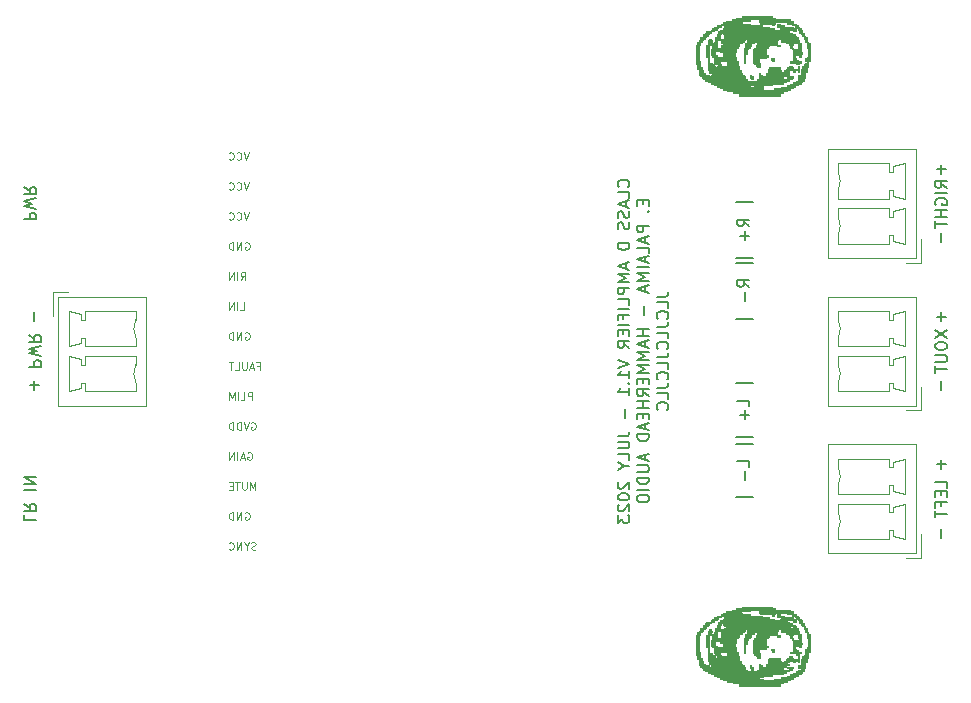
<source format=gbo>
G04 #@! TF.GenerationSoftware,KiCad,Pcbnew,(5.1.2-1)-1*
G04 #@! TF.CreationDate,2023-07-05T23:23:31-04:00*
G04 #@! TF.ProjectId,AmpClassD_Daugher,416d7043-6c61-4737-9344-5f4461756768,rev?*
G04 #@! TF.SameCoordinates,Original*
G04 #@! TF.FileFunction,Legend,Bot*
G04 #@! TF.FilePolarity,Positive*
%FSLAX46Y46*%
G04 Gerber Fmt 4.6, Leading zero omitted, Abs format (unit mm)*
G04 Created by KiCad (PCBNEW (5.1.2-1)-1) date 2023-07-05 23:23:31*
%MOMM*%
%LPD*%
G04 APERTURE LIST*
%ADD10C,0.150000*%
%ADD11C,0.100000*%
%ADD12C,0.010000*%
%ADD13C,0.120000*%
G04 APERTURE END LIST*
D10*
X127531714Y-52379857D02*
X126103142Y-52379857D01*
X127198380Y-54427476D02*
X126722190Y-54094142D01*
X127198380Y-53856047D02*
X126198380Y-53856047D01*
X126198380Y-54237000D01*
X126246000Y-54332238D01*
X126293619Y-54379857D01*
X126388857Y-54427476D01*
X126531714Y-54427476D01*
X126626952Y-54379857D01*
X126674571Y-54332238D01*
X126722190Y-54237000D01*
X126722190Y-53856047D01*
X126817428Y-54856047D02*
X126817428Y-55617952D01*
X127198380Y-55237000D02*
X126436476Y-55237000D01*
X127531714Y-57094142D02*
X126103142Y-57094142D01*
X127531714Y-57523357D02*
X126103142Y-57523357D01*
X127198380Y-59570976D02*
X126722190Y-59237642D01*
X127198380Y-58999547D02*
X126198380Y-58999547D01*
X126198380Y-59380500D01*
X126246000Y-59475738D01*
X126293619Y-59523357D01*
X126388857Y-59570976D01*
X126531714Y-59570976D01*
X126626952Y-59523357D01*
X126674571Y-59475738D01*
X126722190Y-59380500D01*
X126722190Y-58999547D01*
X126817428Y-59999547D02*
X126817428Y-60761452D01*
X127531714Y-62237642D02*
X126103142Y-62237642D01*
X127531714Y-67715095D02*
X126103142Y-67715095D01*
X127198380Y-69667476D02*
X127198380Y-69191285D01*
X126198380Y-69191285D01*
X126817428Y-70000809D02*
X126817428Y-70762714D01*
X127198380Y-70381761D02*
X126436476Y-70381761D01*
X127531714Y-72238904D02*
X126103142Y-72238904D01*
X127531714Y-72858595D02*
X126103142Y-72858595D01*
X127198380Y-74810976D02*
X127198380Y-74334785D01*
X126198380Y-74334785D01*
X126817428Y-75144309D02*
X126817428Y-75906214D01*
X127531714Y-77382404D02*
X126103142Y-77382404D01*
D11*
X84830238Y-48154047D02*
X84613571Y-48804047D01*
X84396904Y-48154047D01*
X83808809Y-48742142D02*
X83839762Y-48773095D01*
X83932619Y-48804047D01*
X83994523Y-48804047D01*
X84087381Y-48773095D01*
X84149285Y-48711190D01*
X84180238Y-48649285D01*
X84211190Y-48525476D01*
X84211190Y-48432619D01*
X84180238Y-48308809D01*
X84149285Y-48246904D01*
X84087381Y-48185000D01*
X83994523Y-48154047D01*
X83932619Y-48154047D01*
X83839762Y-48185000D01*
X83808809Y-48215952D01*
X83158809Y-48742142D02*
X83189762Y-48773095D01*
X83282619Y-48804047D01*
X83344523Y-48804047D01*
X83437381Y-48773095D01*
X83499285Y-48711190D01*
X83530238Y-48649285D01*
X83561190Y-48525476D01*
X83561190Y-48432619D01*
X83530238Y-48308809D01*
X83499285Y-48246904D01*
X83437381Y-48185000D01*
X83344523Y-48154047D01*
X83282619Y-48154047D01*
X83189762Y-48185000D01*
X83158809Y-48215952D01*
X84830238Y-50694047D02*
X84613571Y-51344047D01*
X84396904Y-50694047D01*
X83808809Y-51282142D02*
X83839762Y-51313095D01*
X83932619Y-51344047D01*
X83994523Y-51344047D01*
X84087381Y-51313095D01*
X84149285Y-51251190D01*
X84180238Y-51189285D01*
X84211190Y-51065476D01*
X84211190Y-50972619D01*
X84180238Y-50848809D01*
X84149285Y-50786904D01*
X84087381Y-50725000D01*
X83994523Y-50694047D01*
X83932619Y-50694047D01*
X83839762Y-50725000D01*
X83808809Y-50755952D01*
X83158809Y-51282142D02*
X83189762Y-51313095D01*
X83282619Y-51344047D01*
X83344523Y-51344047D01*
X83437381Y-51313095D01*
X83499285Y-51251190D01*
X83530238Y-51189285D01*
X83561190Y-51065476D01*
X83561190Y-50972619D01*
X83530238Y-50848809D01*
X83499285Y-50786904D01*
X83437381Y-50725000D01*
X83344523Y-50694047D01*
X83282619Y-50694047D01*
X83189762Y-50725000D01*
X83158809Y-50755952D01*
X84830238Y-53234047D02*
X84613571Y-53884047D01*
X84396904Y-53234047D01*
X83808809Y-53822142D02*
X83839762Y-53853095D01*
X83932619Y-53884047D01*
X83994523Y-53884047D01*
X84087381Y-53853095D01*
X84149285Y-53791190D01*
X84180238Y-53729285D01*
X84211190Y-53605476D01*
X84211190Y-53512619D01*
X84180238Y-53388809D01*
X84149285Y-53326904D01*
X84087381Y-53265000D01*
X83994523Y-53234047D01*
X83932619Y-53234047D01*
X83839762Y-53265000D01*
X83808809Y-53295952D01*
X83158809Y-53822142D02*
X83189762Y-53853095D01*
X83282619Y-53884047D01*
X83344523Y-53884047D01*
X83437381Y-53853095D01*
X83499285Y-53791190D01*
X83530238Y-53729285D01*
X83561190Y-53605476D01*
X83561190Y-53512619D01*
X83530238Y-53388809D01*
X83499285Y-53326904D01*
X83437381Y-53265000D01*
X83344523Y-53234047D01*
X83282619Y-53234047D01*
X83189762Y-53265000D01*
X83158809Y-53295952D01*
X84520713Y-55805000D02*
X84582618Y-55774047D01*
X84675475Y-55774047D01*
X84768332Y-55805000D01*
X84830237Y-55866904D01*
X84861190Y-55928809D01*
X84892142Y-56052619D01*
X84892142Y-56145476D01*
X84861190Y-56269285D01*
X84830237Y-56331190D01*
X84768332Y-56393095D01*
X84675475Y-56424047D01*
X84613571Y-56424047D01*
X84520713Y-56393095D01*
X84489761Y-56362142D01*
X84489761Y-56145476D01*
X84613571Y-56145476D01*
X84211190Y-56424047D02*
X84211190Y-55774047D01*
X83839761Y-56424047D01*
X83839761Y-55774047D01*
X83530237Y-56424047D02*
X83530237Y-55774047D01*
X83375475Y-55774047D01*
X83282618Y-55805000D01*
X83220713Y-55866904D01*
X83189761Y-55928809D01*
X83158809Y-56052619D01*
X83158809Y-56145476D01*
X83189761Y-56269285D01*
X83220713Y-56331190D01*
X83282618Y-56393095D01*
X83375475Y-56424047D01*
X83530237Y-56424047D01*
X84149285Y-58964047D02*
X84365952Y-58654523D01*
X84520714Y-58964047D02*
X84520714Y-58314047D01*
X84273095Y-58314047D01*
X84211190Y-58345000D01*
X84180237Y-58375952D01*
X84149285Y-58437857D01*
X84149285Y-58530714D01*
X84180237Y-58592619D01*
X84211190Y-58623571D01*
X84273095Y-58654523D01*
X84520714Y-58654523D01*
X83870714Y-58964047D02*
X83870714Y-58314047D01*
X83561190Y-58964047D02*
X83561190Y-58314047D01*
X83189761Y-58964047D01*
X83189761Y-58314047D01*
X84087381Y-61504047D02*
X84396905Y-61504047D01*
X84396905Y-60854047D01*
X83870714Y-61504047D02*
X83870714Y-60854047D01*
X83561190Y-61504047D02*
X83561190Y-60854047D01*
X83189762Y-61504047D01*
X83189762Y-60854047D01*
X84520713Y-63425000D02*
X84582618Y-63394047D01*
X84675475Y-63394047D01*
X84768332Y-63425000D01*
X84830237Y-63486904D01*
X84861190Y-63548809D01*
X84892142Y-63672619D01*
X84892142Y-63765476D01*
X84861190Y-63889285D01*
X84830237Y-63951190D01*
X84768332Y-64013095D01*
X84675475Y-64044047D01*
X84613571Y-64044047D01*
X84520713Y-64013095D01*
X84489761Y-63982142D01*
X84489761Y-63765476D01*
X84613571Y-63765476D01*
X84211190Y-64044047D02*
X84211190Y-63394047D01*
X83839761Y-64044047D01*
X83839761Y-63394047D01*
X83530237Y-64044047D02*
X83530237Y-63394047D01*
X83375475Y-63394047D01*
X83282618Y-63425000D01*
X83220713Y-63486904D01*
X83189761Y-63548809D01*
X83158809Y-63672619D01*
X83158809Y-63765476D01*
X83189761Y-63889285D01*
X83220713Y-63951190D01*
X83282618Y-64013095D01*
X83375475Y-64044047D01*
X83530237Y-64044047D01*
X85542571Y-66247571D02*
X85759238Y-66247571D01*
X85759238Y-66588047D02*
X85759238Y-65938047D01*
X85449714Y-65938047D01*
X85233047Y-66402333D02*
X84923523Y-66402333D01*
X85294952Y-66588047D02*
X85078285Y-65938047D01*
X84861619Y-66588047D01*
X84644952Y-65938047D02*
X84644952Y-66464238D01*
X84614000Y-66526142D01*
X84583047Y-66557095D01*
X84521142Y-66588047D01*
X84397333Y-66588047D01*
X84335428Y-66557095D01*
X84304476Y-66526142D01*
X84273523Y-66464238D01*
X84273523Y-65938047D01*
X83654476Y-66588047D02*
X83964000Y-66588047D01*
X83964000Y-65938047D01*
X83530666Y-65938047D02*
X83159238Y-65938047D01*
X83344952Y-66588047D02*
X83344952Y-65938047D01*
X85108809Y-69124047D02*
X85108809Y-68474047D01*
X84861190Y-68474047D01*
X84799285Y-68505000D01*
X84768332Y-68535952D01*
X84737380Y-68597857D01*
X84737380Y-68690714D01*
X84768332Y-68752619D01*
X84799285Y-68783571D01*
X84861190Y-68814523D01*
X85108809Y-68814523D01*
X84149285Y-69124047D02*
X84458809Y-69124047D01*
X84458809Y-68474047D01*
X83932618Y-69124047D02*
X83932618Y-68474047D01*
X83623094Y-69124047D02*
X83623094Y-68474047D01*
X83406428Y-68938333D01*
X83189761Y-68474047D01*
X83189761Y-69124047D01*
X85046904Y-71045000D02*
X85108809Y-71014047D01*
X85201666Y-71014047D01*
X85294523Y-71045000D01*
X85356428Y-71106904D01*
X85387381Y-71168809D01*
X85418333Y-71292619D01*
X85418333Y-71385476D01*
X85387381Y-71509285D01*
X85356428Y-71571190D01*
X85294523Y-71633095D01*
X85201666Y-71664047D01*
X85139762Y-71664047D01*
X85046904Y-71633095D01*
X85015952Y-71602142D01*
X85015952Y-71385476D01*
X85139762Y-71385476D01*
X84830238Y-71014047D02*
X84613571Y-71664047D01*
X84396904Y-71014047D01*
X84180238Y-71664047D02*
X84180238Y-71014047D01*
X84025476Y-71014047D01*
X83932619Y-71045000D01*
X83870714Y-71106904D01*
X83839762Y-71168809D01*
X83808809Y-71292619D01*
X83808809Y-71385476D01*
X83839762Y-71509285D01*
X83870714Y-71571190D01*
X83932619Y-71633095D01*
X84025476Y-71664047D01*
X84180238Y-71664047D01*
X83530238Y-71664047D02*
X83530238Y-71014047D01*
X83375476Y-71014047D01*
X83282619Y-71045000D01*
X83220714Y-71106904D01*
X83189762Y-71168809D01*
X83158809Y-71292619D01*
X83158809Y-71385476D01*
X83189762Y-71509285D01*
X83220714Y-71571190D01*
X83282619Y-71633095D01*
X83375476Y-71664047D01*
X83530238Y-71664047D01*
X84737380Y-73585000D02*
X84799285Y-73554047D01*
X84892142Y-73554047D01*
X84984999Y-73585000D01*
X85046904Y-73646904D01*
X85077857Y-73708809D01*
X85108809Y-73832619D01*
X85108809Y-73925476D01*
X85077857Y-74049285D01*
X85046904Y-74111190D01*
X84984999Y-74173095D01*
X84892142Y-74204047D01*
X84830238Y-74204047D01*
X84737380Y-74173095D01*
X84706428Y-74142142D01*
X84706428Y-73925476D01*
X84830238Y-73925476D01*
X84458809Y-74018333D02*
X84149285Y-74018333D01*
X84520714Y-74204047D02*
X84304047Y-73554047D01*
X84087380Y-74204047D01*
X83870714Y-74204047D02*
X83870714Y-73554047D01*
X83561190Y-74204047D02*
X83561190Y-73554047D01*
X83189761Y-74204047D01*
X83189761Y-73554047D01*
X85387381Y-76744047D02*
X85387381Y-76094047D01*
X85170714Y-76558333D01*
X84954047Y-76094047D01*
X84954047Y-76744047D01*
X84644523Y-76094047D02*
X84644523Y-76620238D01*
X84613571Y-76682142D01*
X84582619Y-76713095D01*
X84520714Y-76744047D01*
X84396904Y-76744047D01*
X84335000Y-76713095D01*
X84304047Y-76682142D01*
X84273095Y-76620238D01*
X84273095Y-76094047D01*
X84056428Y-76094047D02*
X83685000Y-76094047D01*
X83870714Y-76744047D02*
X83870714Y-76094047D01*
X83468333Y-76403571D02*
X83251666Y-76403571D01*
X83158809Y-76744047D02*
X83468333Y-76744047D01*
X83468333Y-76094047D01*
X83158809Y-76094047D01*
X84520713Y-78665000D02*
X84582618Y-78634047D01*
X84675475Y-78634047D01*
X84768332Y-78665000D01*
X84830237Y-78726904D01*
X84861190Y-78788809D01*
X84892142Y-78912619D01*
X84892142Y-79005476D01*
X84861190Y-79129285D01*
X84830237Y-79191190D01*
X84768332Y-79253095D01*
X84675475Y-79284047D01*
X84613571Y-79284047D01*
X84520713Y-79253095D01*
X84489761Y-79222142D01*
X84489761Y-79005476D01*
X84613571Y-79005476D01*
X84211190Y-79284047D02*
X84211190Y-78634047D01*
X83839761Y-79284047D01*
X83839761Y-78634047D01*
X83530237Y-79284047D02*
X83530237Y-78634047D01*
X83375475Y-78634047D01*
X83282618Y-78665000D01*
X83220713Y-78726904D01*
X83189761Y-78788809D01*
X83158809Y-78912619D01*
X83158809Y-79005476D01*
X83189761Y-79129285D01*
X83220713Y-79191190D01*
X83282618Y-79253095D01*
X83375475Y-79284047D01*
X83530237Y-79284047D01*
X85418333Y-81793095D02*
X85325476Y-81824047D01*
X85170714Y-81824047D01*
X85108809Y-81793095D01*
X85077857Y-81762142D01*
X85046904Y-81700238D01*
X85046904Y-81638333D01*
X85077857Y-81576428D01*
X85108809Y-81545476D01*
X85170714Y-81514523D01*
X85294523Y-81483571D01*
X85356428Y-81452619D01*
X85387381Y-81421666D01*
X85418333Y-81359761D01*
X85418333Y-81297857D01*
X85387381Y-81235952D01*
X85356428Y-81205000D01*
X85294523Y-81174047D01*
X85139762Y-81174047D01*
X85046904Y-81205000D01*
X84644523Y-81514523D02*
X84644523Y-81824047D01*
X84861190Y-81174047D02*
X84644523Y-81514523D01*
X84427857Y-81174047D01*
X84211190Y-81824047D02*
X84211190Y-81174047D01*
X83839762Y-81824047D01*
X83839762Y-81174047D01*
X83158809Y-81762142D02*
X83189762Y-81793095D01*
X83282619Y-81824047D01*
X83344523Y-81824047D01*
X83437381Y-81793095D01*
X83499285Y-81731190D01*
X83530238Y-81669285D01*
X83561190Y-81545476D01*
X83561190Y-81452619D01*
X83530238Y-81328809D01*
X83499285Y-81266904D01*
X83437381Y-81205000D01*
X83344523Y-81174047D01*
X83282619Y-81174047D01*
X83189762Y-81205000D01*
X83158809Y-81235952D01*
D10*
X65797619Y-78833333D02*
X65797619Y-79309523D01*
X66797619Y-79309523D01*
X65797619Y-77928571D02*
X66273809Y-78261904D01*
X65797619Y-78500000D02*
X66797619Y-78500000D01*
X66797619Y-78119047D01*
X66750000Y-78023809D01*
X66702380Y-77976190D01*
X66607142Y-77928571D01*
X66464285Y-77928571D01*
X66369047Y-77976190D01*
X66321428Y-78023809D01*
X66273809Y-78119047D01*
X66273809Y-78500000D01*
X65797619Y-76738095D02*
X66797619Y-76738095D01*
X65797619Y-76261904D02*
X66797619Y-76261904D01*
X65797619Y-75690476D01*
X66797619Y-75690476D01*
X65797619Y-53833333D02*
X66797619Y-53833333D01*
X66797619Y-53452380D01*
X66750000Y-53357142D01*
X66702380Y-53309523D01*
X66607142Y-53261904D01*
X66464285Y-53261904D01*
X66369047Y-53309523D01*
X66321428Y-53357142D01*
X66273809Y-53452380D01*
X66273809Y-53833333D01*
X66797619Y-52928571D02*
X65797619Y-52690476D01*
X66511904Y-52500000D01*
X65797619Y-52309523D01*
X66797619Y-52071428D01*
X65797619Y-51119047D02*
X66273809Y-51452380D01*
X65797619Y-51690476D02*
X66797619Y-51690476D01*
X66797619Y-51309523D01*
X66750000Y-51214285D01*
X66702380Y-51166666D01*
X66607142Y-51119047D01*
X66464285Y-51119047D01*
X66369047Y-51166666D01*
X66321428Y-51214285D01*
X66273809Y-51309523D01*
X66273809Y-51690476D01*
X116957142Y-51095238D02*
X117004761Y-51047619D01*
X117052380Y-50904761D01*
X117052380Y-50809523D01*
X117004761Y-50666666D01*
X116909523Y-50571428D01*
X116814285Y-50523809D01*
X116623809Y-50476190D01*
X116480952Y-50476190D01*
X116290476Y-50523809D01*
X116195238Y-50571428D01*
X116100000Y-50666666D01*
X116052380Y-50809523D01*
X116052380Y-50904761D01*
X116100000Y-51047619D01*
X116147619Y-51095238D01*
X117052380Y-52000000D02*
X117052380Y-51523809D01*
X116052380Y-51523809D01*
X116766666Y-52285714D02*
X116766666Y-52761904D01*
X117052380Y-52190476D02*
X116052380Y-52523809D01*
X117052380Y-52857142D01*
X117004761Y-53142857D02*
X117052380Y-53285714D01*
X117052380Y-53523809D01*
X117004761Y-53619047D01*
X116957142Y-53666666D01*
X116861904Y-53714285D01*
X116766666Y-53714285D01*
X116671428Y-53666666D01*
X116623809Y-53619047D01*
X116576190Y-53523809D01*
X116528571Y-53333333D01*
X116480952Y-53238095D01*
X116433333Y-53190476D01*
X116338095Y-53142857D01*
X116242857Y-53142857D01*
X116147619Y-53190476D01*
X116100000Y-53238095D01*
X116052380Y-53333333D01*
X116052380Y-53571428D01*
X116100000Y-53714285D01*
X117004761Y-54095238D02*
X117052380Y-54238095D01*
X117052380Y-54476190D01*
X117004761Y-54571428D01*
X116957142Y-54619047D01*
X116861904Y-54666666D01*
X116766666Y-54666666D01*
X116671428Y-54619047D01*
X116623809Y-54571428D01*
X116576190Y-54476190D01*
X116528571Y-54285714D01*
X116480952Y-54190476D01*
X116433333Y-54142857D01*
X116338095Y-54095238D01*
X116242857Y-54095238D01*
X116147619Y-54142857D01*
X116100000Y-54190476D01*
X116052380Y-54285714D01*
X116052380Y-54523809D01*
X116100000Y-54666666D01*
X117052380Y-55857142D02*
X116052380Y-55857142D01*
X116052380Y-56095238D01*
X116100000Y-56238095D01*
X116195238Y-56333333D01*
X116290476Y-56380952D01*
X116480952Y-56428571D01*
X116623809Y-56428571D01*
X116814285Y-56380952D01*
X116909523Y-56333333D01*
X117004761Y-56238095D01*
X117052380Y-56095238D01*
X117052380Y-55857142D01*
X116766666Y-57571428D02*
X116766666Y-58047619D01*
X117052380Y-57476190D02*
X116052380Y-57809523D01*
X117052380Y-58142857D01*
X117052380Y-58476190D02*
X116052380Y-58476190D01*
X116766666Y-58809523D01*
X116052380Y-59142857D01*
X117052380Y-59142857D01*
X117052380Y-59619047D02*
X116052380Y-59619047D01*
X116052380Y-60000000D01*
X116100000Y-60095238D01*
X116147619Y-60142857D01*
X116242857Y-60190476D01*
X116385714Y-60190476D01*
X116480952Y-60142857D01*
X116528571Y-60095238D01*
X116576190Y-60000000D01*
X116576190Y-59619047D01*
X117052380Y-61095238D02*
X117052380Y-60619047D01*
X116052380Y-60619047D01*
X117052380Y-61428571D02*
X116052380Y-61428571D01*
X116528571Y-62238095D02*
X116528571Y-61904761D01*
X117052380Y-61904761D02*
X116052380Y-61904761D01*
X116052380Y-62380952D01*
X117052380Y-62761904D02*
X116052380Y-62761904D01*
X116528571Y-63238095D02*
X116528571Y-63571428D01*
X117052380Y-63714285D02*
X117052380Y-63238095D01*
X116052380Y-63238095D01*
X116052380Y-63714285D01*
X117052380Y-64714285D02*
X116576190Y-64380952D01*
X117052380Y-64142857D02*
X116052380Y-64142857D01*
X116052380Y-64523809D01*
X116100000Y-64619047D01*
X116147619Y-64666666D01*
X116242857Y-64714285D01*
X116385714Y-64714285D01*
X116480952Y-64666666D01*
X116528571Y-64619047D01*
X116576190Y-64523809D01*
X116576190Y-64142857D01*
X116052380Y-65761904D02*
X117052380Y-66095238D01*
X116052380Y-66428571D01*
X117052380Y-67285714D02*
X117052380Y-66714285D01*
X117052380Y-67000000D02*
X116052380Y-67000000D01*
X116195238Y-66904761D01*
X116290476Y-66809523D01*
X116338095Y-66714285D01*
X116957142Y-67714285D02*
X117004761Y-67761904D01*
X117052380Y-67714285D01*
X117004761Y-67666666D01*
X116957142Y-67714285D01*
X117052380Y-67714285D01*
X117052380Y-68714285D02*
X117052380Y-68142857D01*
X117052380Y-68428571D02*
X116052380Y-68428571D01*
X116195238Y-68333333D01*
X116290476Y-68238095D01*
X116338095Y-68142857D01*
X116671428Y-69904761D02*
X116671428Y-70666666D01*
X116052380Y-72190476D02*
X116766666Y-72190476D01*
X116909523Y-72142857D01*
X117004761Y-72047619D01*
X117052380Y-71904761D01*
X117052380Y-71809523D01*
X116052380Y-72666666D02*
X116861904Y-72666666D01*
X116957142Y-72714285D01*
X117004761Y-72761904D01*
X117052380Y-72857142D01*
X117052380Y-73047619D01*
X117004761Y-73142857D01*
X116957142Y-73190476D01*
X116861904Y-73238095D01*
X116052380Y-73238095D01*
X117052380Y-74190476D02*
X117052380Y-73714285D01*
X116052380Y-73714285D01*
X116576190Y-74714285D02*
X117052380Y-74714285D01*
X116052380Y-74380952D02*
X116576190Y-74714285D01*
X116052380Y-75047619D01*
X116147619Y-76095238D02*
X116100000Y-76142857D01*
X116052380Y-76238095D01*
X116052380Y-76476190D01*
X116100000Y-76571428D01*
X116147619Y-76619047D01*
X116242857Y-76666666D01*
X116338095Y-76666666D01*
X116480952Y-76619047D01*
X117052380Y-76047619D01*
X117052380Y-76666666D01*
X116052380Y-77285714D02*
X116052380Y-77380952D01*
X116100000Y-77476190D01*
X116147619Y-77523809D01*
X116242857Y-77571428D01*
X116433333Y-77619047D01*
X116671428Y-77619047D01*
X116861904Y-77571428D01*
X116957142Y-77523809D01*
X117004761Y-77476190D01*
X117052380Y-77380952D01*
X117052380Y-77285714D01*
X117004761Y-77190476D01*
X116957142Y-77142857D01*
X116861904Y-77095238D01*
X116671428Y-77047619D01*
X116433333Y-77047619D01*
X116242857Y-77095238D01*
X116147619Y-77142857D01*
X116100000Y-77190476D01*
X116052380Y-77285714D01*
X116147619Y-78000000D02*
X116100000Y-78047619D01*
X116052380Y-78142857D01*
X116052380Y-78380952D01*
X116100000Y-78476190D01*
X116147619Y-78523809D01*
X116242857Y-78571428D01*
X116338095Y-78571428D01*
X116480952Y-78523809D01*
X117052380Y-77952380D01*
X117052380Y-78571428D01*
X116052380Y-78904761D02*
X116052380Y-79523809D01*
X116433333Y-79190476D01*
X116433333Y-79333333D01*
X116480952Y-79428571D01*
X116528571Y-79476190D01*
X116623809Y-79523809D01*
X116861904Y-79523809D01*
X116957142Y-79476190D01*
X117004761Y-79428571D01*
X117052380Y-79333333D01*
X117052380Y-79047619D01*
X117004761Y-78952380D01*
X116957142Y-78904761D01*
X118178571Y-52238095D02*
X118178571Y-52571428D01*
X118702380Y-52714285D02*
X118702380Y-52238095D01*
X117702380Y-52238095D01*
X117702380Y-52714285D01*
X118607142Y-53142857D02*
X118654761Y-53190476D01*
X118702380Y-53142857D01*
X118654761Y-53095238D01*
X118607142Y-53142857D01*
X118702380Y-53142857D01*
X118702380Y-54380952D02*
X117702380Y-54380952D01*
X117702380Y-54761904D01*
X117750000Y-54857142D01*
X117797619Y-54904761D01*
X117892857Y-54952380D01*
X118035714Y-54952380D01*
X118130952Y-54904761D01*
X118178571Y-54857142D01*
X118226190Y-54761904D01*
X118226190Y-54380952D01*
X118416666Y-55333333D02*
X118416666Y-55809523D01*
X118702380Y-55238095D02*
X117702380Y-55571428D01*
X118702380Y-55904761D01*
X118702380Y-56714285D02*
X118702380Y-56238095D01*
X117702380Y-56238095D01*
X118416666Y-57000000D02*
X118416666Y-57476190D01*
X118702380Y-56904761D02*
X117702380Y-57238095D01*
X118702380Y-57571428D01*
X118702380Y-57904761D02*
X117702380Y-57904761D01*
X118702380Y-58380952D02*
X117702380Y-58380952D01*
X118416666Y-58714285D01*
X117702380Y-59047619D01*
X118702380Y-59047619D01*
X118416666Y-59476190D02*
X118416666Y-59952380D01*
X118702380Y-59380952D02*
X117702380Y-59714285D01*
X118702380Y-60047619D01*
X118321428Y-61142857D02*
X118321428Y-61904761D01*
X118702380Y-63142857D02*
X117702380Y-63142857D01*
X118178571Y-63142857D02*
X118178571Y-63714285D01*
X118702380Y-63714285D02*
X117702380Y-63714285D01*
X118416666Y-64142857D02*
X118416666Y-64619047D01*
X118702380Y-64047619D02*
X117702380Y-64380952D01*
X118702380Y-64714285D01*
X118702380Y-65047619D02*
X117702380Y-65047619D01*
X118416666Y-65380952D01*
X117702380Y-65714285D01*
X118702380Y-65714285D01*
X118702380Y-66190476D02*
X117702380Y-66190476D01*
X118416666Y-66523809D01*
X117702380Y-66857142D01*
X118702380Y-66857142D01*
X118178571Y-67333333D02*
X118178571Y-67666666D01*
X118702380Y-67809523D02*
X118702380Y-67333333D01*
X117702380Y-67333333D01*
X117702380Y-67809523D01*
X118702380Y-68809523D02*
X118226190Y-68476190D01*
X118702380Y-68238095D02*
X117702380Y-68238095D01*
X117702380Y-68619047D01*
X117750000Y-68714285D01*
X117797619Y-68761904D01*
X117892857Y-68809523D01*
X118035714Y-68809523D01*
X118130952Y-68761904D01*
X118178571Y-68714285D01*
X118226190Y-68619047D01*
X118226190Y-68238095D01*
X118702380Y-69238095D02*
X117702380Y-69238095D01*
X118178571Y-69238095D02*
X118178571Y-69809523D01*
X118702380Y-69809523D02*
X117702380Y-69809523D01*
X118178571Y-70285714D02*
X118178571Y-70619047D01*
X118702380Y-70761904D02*
X118702380Y-70285714D01*
X117702380Y-70285714D01*
X117702380Y-70761904D01*
X118416666Y-71142857D02*
X118416666Y-71619047D01*
X118702380Y-71047619D02*
X117702380Y-71380952D01*
X118702380Y-71714285D01*
X118702380Y-72047619D02*
X117702380Y-72047619D01*
X117702380Y-72285714D01*
X117750000Y-72428571D01*
X117845238Y-72523809D01*
X117940476Y-72571428D01*
X118130952Y-72619047D01*
X118273809Y-72619047D01*
X118464285Y-72571428D01*
X118559523Y-72523809D01*
X118654761Y-72428571D01*
X118702380Y-72285714D01*
X118702380Y-72047619D01*
X118416666Y-73761904D02*
X118416666Y-74238095D01*
X118702380Y-73666666D02*
X117702380Y-74000000D01*
X118702380Y-74333333D01*
X117702380Y-74666666D02*
X118511904Y-74666666D01*
X118607142Y-74714285D01*
X118654761Y-74761904D01*
X118702380Y-74857142D01*
X118702380Y-75047619D01*
X118654761Y-75142857D01*
X118607142Y-75190476D01*
X118511904Y-75238095D01*
X117702380Y-75238095D01*
X118702380Y-75714285D02*
X117702380Y-75714285D01*
X117702380Y-75952380D01*
X117750000Y-76095238D01*
X117845238Y-76190476D01*
X117940476Y-76238095D01*
X118130952Y-76285714D01*
X118273809Y-76285714D01*
X118464285Y-76238095D01*
X118559523Y-76190476D01*
X118654761Y-76095238D01*
X118702380Y-75952380D01*
X118702380Y-75714285D01*
X118702380Y-76714285D02*
X117702380Y-76714285D01*
X117702380Y-77380952D02*
X117702380Y-77571428D01*
X117750000Y-77666666D01*
X117845238Y-77761904D01*
X118035714Y-77809523D01*
X118369047Y-77809523D01*
X118559523Y-77761904D01*
X118654761Y-77666666D01*
X118702380Y-77571428D01*
X118702380Y-77380952D01*
X118654761Y-77285714D01*
X118559523Y-77190476D01*
X118369047Y-77142857D01*
X118035714Y-77142857D01*
X117845238Y-77190476D01*
X117750000Y-77285714D01*
X117702380Y-77380952D01*
X119352380Y-60380952D02*
X120066666Y-60380952D01*
X120209523Y-60333333D01*
X120304761Y-60238095D01*
X120352380Y-60095238D01*
X120352380Y-60000000D01*
X120352380Y-61333333D02*
X120352380Y-60857142D01*
X119352380Y-60857142D01*
X120257142Y-62238095D02*
X120304761Y-62190476D01*
X120352380Y-62047619D01*
X120352380Y-61952380D01*
X120304761Y-61809523D01*
X120209523Y-61714285D01*
X120114285Y-61666666D01*
X119923809Y-61619047D01*
X119780952Y-61619047D01*
X119590476Y-61666666D01*
X119495238Y-61714285D01*
X119400000Y-61809523D01*
X119352380Y-61952380D01*
X119352380Y-62047619D01*
X119400000Y-62190476D01*
X119447619Y-62238095D01*
X119352380Y-62952380D02*
X120066666Y-62952380D01*
X120209523Y-62904761D01*
X120304761Y-62809523D01*
X120352380Y-62666666D01*
X120352380Y-62571428D01*
X120352380Y-63904761D02*
X120352380Y-63428571D01*
X119352380Y-63428571D01*
X120257142Y-64809523D02*
X120304761Y-64761904D01*
X120352380Y-64619047D01*
X120352380Y-64523809D01*
X120304761Y-64380952D01*
X120209523Y-64285714D01*
X120114285Y-64238095D01*
X119923809Y-64190476D01*
X119780952Y-64190476D01*
X119590476Y-64238095D01*
X119495238Y-64285714D01*
X119400000Y-64380952D01*
X119352380Y-64523809D01*
X119352380Y-64619047D01*
X119400000Y-64761904D01*
X119447619Y-64809523D01*
X119352380Y-65523809D02*
X120066666Y-65523809D01*
X120209523Y-65476190D01*
X120304761Y-65380952D01*
X120352380Y-65238095D01*
X120352380Y-65142857D01*
X120352380Y-66476190D02*
X120352380Y-66000000D01*
X119352380Y-66000000D01*
X120257142Y-67380952D02*
X120304761Y-67333333D01*
X120352380Y-67190476D01*
X120352380Y-67095238D01*
X120304761Y-66952380D01*
X120209523Y-66857142D01*
X120114285Y-66809523D01*
X119923809Y-66761904D01*
X119780952Y-66761904D01*
X119590476Y-66809523D01*
X119495238Y-66857142D01*
X119400000Y-66952380D01*
X119352380Y-67095238D01*
X119352380Y-67190476D01*
X119400000Y-67333333D01*
X119447619Y-67380952D01*
X119352380Y-68095238D02*
X120066666Y-68095238D01*
X120209523Y-68047619D01*
X120304761Y-67952380D01*
X120352380Y-67809523D01*
X120352380Y-67714285D01*
X120352380Y-69047619D02*
X120352380Y-68571428D01*
X119352380Y-68571428D01*
X120257142Y-69952380D02*
X120304761Y-69904761D01*
X120352380Y-69761904D01*
X120352380Y-69666666D01*
X120304761Y-69523809D01*
X120209523Y-69428571D01*
X120114285Y-69380952D01*
X119923809Y-69333333D01*
X119780952Y-69333333D01*
X119590476Y-69380952D01*
X119495238Y-69428571D01*
X119400000Y-69523809D01*
X119352380Y-69666666D01*
X119352380Y-69761904D01*
X119400000Y-69904761D01*
X119447619Y-69952380D01*
X66197619Y-66333333D02*
X67197619Y-66333333D01*
X67197619Y-65952380D01*
X67150000Y-65857142D01*
X67102380Y-65809523D01*
X67007142Y-65761904D01*
X66864285Y-65761904D01*
X66769047Y-65809523D01*
X66721428Y-65857142D01*
X66673809Y-65952380D01*
X66673809Y-66333333D01*
X67197619Y-65428571D02*
X66197619Y-65190476D01*
X66911904Y-65000000D01*
X66197619Y-64809523D01*
X67197619Y-64571428D01*
X66197619Y-63619047D02*
X66673809Y-63952380D01*
X66197619Y-64190476D02*
X67197619Y-64190476D01*
X67197619Y-63809523D01*
X67150000Y-63714285D01*
X67102380Y-63666666D01*
X67007142Y-63619047D01*
X66864285Y-63619047D01*
X66769047Y-63666666D01*
X66721428Y-63714285D01*
X66673809Y-63809523D01*
X66673809Y-64190476D01*
X143952380Y-51166666D02*
X143476190Y-50833333D01*
X143952380Y-50595238D02*
X142952380Y-50595238D01*
X142952380Y-50976190D01*
X143000000Y-51071428D01*
X143047619Y-51119047D01*
X143142857Y-51166666D01*
X143285714Y-51166666D01*
X143380952Y-51119047D01*
X143428571Y-51071428D01*
X143476190Y-50976190D01*
X143476190Y-50595238D01*
X143952380Y-51595238D02*
X142952380Y-51595238D01*
X143000000Y-52595238D02*
X142952380Y-52500000D01*
X142952380Y-52357142D01*
X143000000Y-52214285D01*
X143095238Y-52119047D01*
X143190476Y-52071428D01*
X143380952Y-52023809D01*
X143523809Y-52023809D01*
X143714285Y-52071428D01*
X143809523Y-52119047D01*
X143904761Y-52214285D01*
X143952380Y-52357142D01*
X143952380Y-52452380D01*
X143904761Y-52595238D01*
X143857142Y-52642857D01*
X143523809Y-52642857D01*
X143523809Y-52452380D01*
X143952380Y-53071428D02*
X142952380Y-53071428D01*
X143428571Y-53071428D02*
X143428571Y-53642857D01*
X143952380Y-53642857D02*
X142952380Y-53642857D01*
X142952380Y-53976190D02*
X142952380Y-54547619D01*
X143952380Y-54261904D02*
X142952380Y-54261904D01*
X142952380Y-63238095D02*
X143952380Y-63904761D01*
X142952380Y-63904761D02*
X143952380Y-63238095D01*
X142952380Y-64476190D02*
X142952380Y-64666666D01*
X143000000Y-64761904D01*
X143095238Y-64857142D01*
X143285714Y-64904761D01*
X143619047Y-64904761D01*
X143809523Y-64857142D01*
X143904761Y-64761904D01*
X143952380Y-64666666D01*
X143952380Y-64476190D01*
X143904761Y-64380952D01*
X143809523Y-64285714D01*
X143619047Y-64238095D01*
X143285714Y-64238095D01*
X143095238Y-64285714D01*
X143000000Y-64380952D01*
X142952380Y-64476190D01*
X142952380Y-65333333D02*
X143761904Y-65333333D01*
X143857142Y-65380952D01*
X143904761Y-65428571D01*
X143952380Y-65523809D01*
X143952380Y-65714285D01*
X143904761Y-65809523D01*
X143857142Y-65857142D01*
X143761904Y-65904761D01*
X142952380Y-65904761D01*
X142952380Y-66238095D02*
X142952380Y-66809523D01*
X143952380Y-66523809D02*
X142952380Y-66523809D01*
X143952380Y-76547619D02*
X143952380Y-76071428D01*
X142952380Y-76071428D01*
X143428571Y-76880952D02*
X143428571Y-77214285D01*
X143952380Y-77357142D02*
X143952380Y-76880952D01*
X142952380Y-76880952D01*
X142952380Y-77357142D01*
X143428571Y-78119047D02*
X143428571Y-77785714D01*
X143952380Y-77785714D02*
X142952380Y-77785714D01*
X142952380Y-78261904D01*
X142952380Y-78500000D02*
X142952380Y-79071428D01*
X143952380Y-78785714D02*
X142952380Y-78785714D01*
D12*
G36*
X122801000Y-40698500D02*
G01*
X122801000Y-41079500D01*
X122928000Y-41079500D01*
X122928000Y-41587500D01*
X123055000Y-41587500D01*
X123055000Y-41714500D01*
X123182000Y-41714500D01*
X123182000Y-41841500D01*
X123309000Y-41841500D01*
X123309000Y-41968500D01*
X123436000Y-41968500D01*
X123436000Y-42095500D01*
X123690000Y-42095500D01*
X123690000Y-42222500D01*
X123944000Y-42222500D01*
X123944000Y-42349500D01*
X124198000Y-42349500D01*
X124198000Y-42476500D01*
X124452000Y-42476500D01*
X124452000Y-42603500D01*
X124706000Y-42603500D01*
X124706000Y-42730500D01*
X124960000Y-42730500D01*
X124960000Y-42857500D01*
X125341000Y-42857500D01*
X125341000Y-42984500D01*
X125849000Y-42984500D01*
X125849000Y-43111500D01*
X126357000Y-43111500D01*
X126357000Y-43365500D01*
X129786000Y-43365500D01*
X129786000Y-43111500D01*
X130040000Y-43111500D01*
X130040000Y-42984500D01*
X130421000Y-42984500D01*
X130421000Y-42857500D01*
X130675000Y-42857500D01*
X130675000Y-42730500D01*
X130929000Y-42730500D01*
X130929000Y-42603500D01*
X131056000Y-42603500D01*
X131056000Y-42476500D01*
X131310000Y-42476500D01*
X131310000Y-42349500D01*
X131564000Y-42349500D01*
X131564000Y-42222500D01*
X131691000Y-42222500D01*
X131691000Y-42095500D01*
X131818000Y-42095500D01*
X131818000Y-41841500D01*
X131945000Y-41841500D01*
X131945000Y-41333500D01*
X132072000Y-41333500D01*
X132072000Y-40952500D01*
X132199000Y-40952500D01*
X132199000Y-40444500D01*
X132326000Y-40444500D01*
X132326000Y-38920500D01*
X132199000Y-38920500D01*
X132199000Y-38793500D01*
X132072000Y-38793500D01*
X132072000Y-38412500D01*
X131945000Y-38412500D01*
X131945000Y-38285500D01*
X131818000Y-38285500D01*
X131818000Y-38031500D01*
X131691000Y-38031500D01*
X131691000Y-37777500D01*
X131564000Y-37777500D01*
X131564000Y-37650500D01*
X131437000Y-37650500D01*
X131437000Y-37523500D01*
X131310000Y-37523500D01*
X131310000Y-37650500D01*
X131310000Y-37777500D01*
X131437000Y-37777500D01*
X131437000Y-38031500D01*
X131564000Y-38031500D01*
X131564000Y-38158500D01*
X131691000Y-38158500D01*
X131691000Y-38285500D01*
X131818000Y-38285500D01*
X131818000Y-38539500D01*
X131945000Y-38539500D01*
X131945000Y-38793500D01*
X132072000Y-38793500D01*
X132072000Y-39301500D01*
X132199000Y-39301500D01*
X132199000Y-40063500D01*
X132072000Y-40063500D01*
X132072000Y-40190500D01*
X131945000Y-40190500D01*
X131945000Y-40444500D01*
X132072000Y-40444500D01*
X132072000Y-40571500D01*
X131945000Y-40571500D01*
X131945000Y-40698500D01*
X131818000Y-40698500D01*
X131818000Y-40825500D01*
X131691000Y-40825500D01*
X131691000Y-41079500D01*
X131564000Y-41079500D01*
X131564000Y-41587500D01*
X131310000Y-41587500D01*
X131310000Y-41841500D01*
X131564000Y-41841500D01*
X131564000Y-41968500D01*
X131310000Y-41968500D01*
X131310000Y-42095500D01*
X131183000Y-42095500D01*
X131183000Y-42222500D01*
X130929000Y-42222500D01*
X130929000Y-42349500D01*
X130675000Y-42349500D01*
X130675000Y-42476500D01*
X130421000Y-42476500D01*
X130421000Y-42603500D01*
X129913000Y-42603500D01*
X129913000Y-42730500D01*
X129278000Y-42730500D01*
X129278000Y-42857500D01*
X128389000Y-42857500D01*
X128389000Y-42730500D01*
X128008000Y-42730500D01*
X128008000Y-42603500D01*
X128389000Y-42603500D01*
X128389000Y-42476500D01*
X129151000Y-42476500D01*
X129151000Y-42349500D01*
X130040000Y-42349500D01*
X130040000Y-42222500D01*
X130294000Y-42222500D01*
X130294000Y-42095500D01*
X130548000Y-42095500D01*
X130548000Y-41968500D01*
X130040000Y-41968500D01*
X130040000Y-41714500D01*
X130294000Y-41714500D01*
X130294000Y-41587500D01*
X130548000Y-41587500D01*
X130548000Y-41460500D01*
X130421000Y-41460500D01*
X130421000Y-41333500D01*
X130548000Y-41333500D01*
X130548000Y-41206500D01*
X130929000Y-41206500D01*
X130929000Y-41333500D01*
X131056000Y-41333500D01*
X131056000Y-41206500D01*
X131310000Y-41206500D01*
X131310000Y-41333500D01*
X131437000Y-41333500D01*
X131437000Y-40825500D01*
X131310000Y-40825500D01*
X131310000Y-41079500D01*
X130929000Y-41079500D01*
X130929000Y-40952500D01*
X130802000Y-40952500D01*
X130802000Y-40825500D01*
X130548000Y-40825500D01*
X130548000Y-40952500D01*
X130421000Y-40952500D01*
X130421000Y-41079500D01*
X130294000Y-41079500D01*
X130294000Y-41206500D01*
X130167000Y-41206500D01*
X130167000Y-41333500D01*
X129913000Y-41333500D01*
X129913000Y-41206500D01*
X129786000Y-41206500D01*
X129786000Y-40952500D01*
X128897000Y-40952500D01*
X128897000Y-41079500D01*
X128770000Y-41079500D01*
X128770000Y-41460500D01*
X128643000Y-41460500D01*
X128643000Y-41714500D01*
X128262000Y-41714500D01*
X128262000Y-41587500D01*
X128135000Y-41587500D01*
X128135000Y-41460500D01*
X128008000Y-41460500D01*
X128008000Y-41968500D01*
X127881000Y-41968500D01*
X127881000Y-42095500D01*
X127754000Y-42095500D01*
X127754000Y-42603500D01*
X127881000Y-42603500D01*
X127881000Y-42730500D01*
X127754000Y-42730500D01*
X127754000Y-42603500D01*
X127754000Y-42095500D01*
X127246000Y-42095500D01*
X127246000Y-42476500D01*
X127627000Y-42476500D01*
X127627000Y-42603500D01*
X127246000Y-42603500D01*
X127246000Y-42476500D01*
X127246000Y-42095500D01*
X126992000Y-42095500D01*
X126992000Y-41968500D01*
X126865000Y-41968500D01*
X126865000Y-41714500D01*
X126738000Y-41714500D01*
X126738000Y-41587500D01*
X126611000Y-41587500D01*
X126611000Y-41460500D01*
X126484000Y-41460500D01*
X126484000Y-41206500D01*
X126357000Y-41206500D01*
X126357000Y-40825500D01*
X126230000Y-40825500D01*
X126230000Y-40444500D01*
X126103000Y-40444500D01*
X126103000Y-40063500D01*
X125976000Y-40063500D01*
X125976000Y-39682500D01*
X126103000Y-39682500D01*
X126103000Y-39301500D01*
X126230000Y-39301500D01*
X126230000Y-39174500D01*
X126357000Y-39174500D01*
X126357000Y-38920500D01*
X126611000Y-38920500D01*
X126611000Y-38793500D01*
X126738000Y-38793500D01*
X126738000Y-38666500D01*
X126865000Y-38666500D01*
X126865000Y-38539500D01*
X126992000Y-38539500D01*
X126992000Y-38920500D01*
X126865000Y-38920500D01*
X126865000Y-39301500D01*
X126738000Y-39301500D01*
X126738000Y-40571500D01*
X126865000Y-40571500D01*
X126865000Y-39809500D01*
X126992000Y-39809500D01*
X126992000Y-39428500D01*
X127119000Y-39428500D01*
X127119000Y-39301500D01*
X127246000Y-39301500D01*
X127246000Y-39174500D01*
X127373000Y-39174500D01*
X127373000Y-38920500D01*
X127627000Y-38920500D01*
X127627000Y-38793500D01*
X127881000Y-38793500D01*
X127881000Y-39047500D01*
X127754000Y-39047500D01*
X127754000Y-39301500D01*
X127627000Y-39301500D01*
X127627000Y-39428500D01*
X127500000Y-39428500D01*
X127500000Y-40571500D01*
X127627000Y-40571500D01*
X127627000Y-40698500D01*
X127754000Y-40698500D01*
X127754000Y-40825500D01*
X127881000Y-40825500D01*
X127881000Y-40952500D01*
X128135000Y-40952500D01*
X128135000Y-40571500D01*
X128008000Y-40571500D01*
X128008000Y-40190500D01*
X128643000Y-40190500D01*
X128643000Y-40063500D01*
X128770000Y-40063500D01*
X128770000Y-39936500D01*
X128643000Y-39936500D01*
X128643000Y-39301500D01*
X128770000Y-39301500D01*
X128770000Y-39174500D01*
X128897000Y-39174500D01*
X128897000Y-39047500D01*
X129532000Y-39047500D01*
X129532000Y-38666500D01*
X129659000Y-38666500D01*
X129659000Y-38539500D01*
X129913000Y-38539500D01*
X129913000Y-38793500D01*
X130294000Y-38793500D01*
X130294000Y-38920500D01*
X130548000Y-38920500D01*
X130548000Y-39047500D01*
X130675000Y-39047500D01*
X130675000Y-39301500D01*
X130802000Y-39301500D01*
X130802000Y-39047500D01*
X130929000Y-39047500D01*
X130929000Y-38920500D01*
X131310000Y-38920500D01*
X131310000Y-39301500D01*
X131437000Y-39301500D01*
X131437000Y-39428500D01*
X130929000Y-39428500D01*
X130929000Y-40444500D01*
X130675000Y-40444500D01*
X130675000Y-40571500D01*
X131183000Y-40571500D01*
X131183000Y-40698500D01*
X131437000Y-40698500D01*
X131437000Y-40571500D01*
X131564000Y-40571500D01*
X131564000Y-40444500D01*
X131310000Y-40444500D01*
X131310000Y-40317500D01*
X131183000Y-40317500D01*
X131183000Y-40190500D01*
X131056000Y-40190500D01*
X131056000Y-39936500D01*
X131437000Y-39936500D01*
X131437000Y-40063500D01*
X131564000Y-40063500D01*
X131564000Y-39809500D01*
X131691000Y-39809500D01*
X131691000Y-39682500D01*
X131564000Y-39682500D01*
X131564000Y-38920500D01*
X131437000Y-38920500D01*
X131437000Y-38666500D01*
X131310000Y-38666500D01*
X131310000Y-38412500D01*
X131183000Y-38412500D01*
X131183000Y-38285500D01*
X131056000Y-38285500D01*
X131056000Y-38158500D01*
X130802000Y-38158500D01*
X130802000Y-38031500D01*
X130675000Y-38031500D01*
X130675000Y-38285500D01*
X130929000Y-38285500D01*
X130929000Y-38539500D01*
X130802000Y-38539500D01*
X130802000Y-38412500D01*
X130675000Y-38412500D01*
X130675000Y-38285500D01*
X130675000Y-38031500D01*
X130548000Y-38031500D01*
X130548000Y-37904500D01*
X130421000Y-37904500D01*
X130421000Y-37777500D01*
X130929000Y-37777500D01*
X130929000Y-37904500D01*
X131183000Y-37904500D01*
X131183000Y-37650500D01*
X131310000Y-37650500D01*
X131310000Y-37523500D01*
X131310000Y-37396500D01*
X131183000Y-37396500D01*
X131183000Y-37269500D01*
X130929000Y-37269500D01*
X130929000Y-37015500D01*
X130675000Y-37015500D01*
X130675000Y-36888500D01*
X129405000Y-36888500D01*
X129405000Y-36761500D01*
X129151000Y-36761500D01*
X129151000Y-36634500D01*
X128770000Y-36634500D01*
X128770000Y-36888500D01*
X128897000Y-36888500D01*
X128897000Y-37015500D01*
X128770000Y-37015500D01*
X128770000Y-36888500D01*
X128770000Y-36634500D01*
X127246000Y-36634500D01*
X127246000Y-36888500D01*
X128008000Y-36888500D01*
X128008000Y-37142500D01*
X128135000Y-37142500D01*
X128135000Y-37269500D01*
X129151000Y-37269500D01*
X129151000Y-37396500D01*
X129278000Y-37396500D01*
X129278000Y-37269500D01*
X129405000Y-37269500D01*
X129405000Y-37142500D01*
X130421000Y-37142500D01*
X130421000Y-37269500D01*
X130802000Y-37269500D01*
X130802000Y-37396500D01*
X131056000Y-37396500D01*
X131056000Y-37523500D01*
X131183000Y-37523500D01*
X131183000Y-37650500D01*
X130929000Y-37650500D01*
X130929000Y-37523500D01*
X130167000Y-37523500D01*
X130167000Y-37396500D01*
X129786000Y-37396500D01*
X129786000Y-37269500D01*
X129532000Y-37269500D01*
X129532000Y-37523500D01*
X129913000Y-37523500D01*
X129913000Y-37650500D01*
X129786000Y-37650500D01*
X129786000Y-37777500D01*
X129278000Y-37777500D01*
X129278000Y-37650500D01*
X128897000Y-37650500D01*
X128897000Y-37523500D01*
X128262000Y-37523500D01*
X128262000Y-37396500D01*
X127246000Y-37396500D01*
X127246000Y-37269500D01*
X126611000Y-37269500D01*
X126611000Y-37142500D01*
X126484000Y-37142500D01*
X126484000Y-37015500D01*
X127246000Y-37015500D01*
X127246000Y-36888500D01*
X127246000Y-36634500D01*
X126611000Y-36634500D01*
X126611000Y-36761500D01*
X126103000Y-36761500D01*
X126103000Y-36888500D01*
X125722000Y-36888500D01*
X125722000Y-37015500D01*
X125722000Y-41333500D01*
X125849000Y-41333500D01*
X125849000Y-41460500D01*
X125722000Y-41460500D01*
X125722000Y-41333500D01*
X125722000Y-37015500D01*
X125214000Y-37015500D01*
X125214000Y-37142500D01*
X124960000Y-37142500D01*
X124960000Y-37269500D01*
X124833000Y-37269500D01*
X124833000Y-37396500D01*
X125087000Y-37396500D01*
X125087000Y-37650500D01*
X124960000Y-37650500D01*
X124960000Y-37777500D01*
X124833000Y-37777500D01*
X124833000Y-38031500D01*
X124960000Y-38031500D01*
X124960000Y-38158500D01*
X125087000Y-38158500D01*
X125087000Y-38285500D01*
X125214000Y-38285500D01*
X125214000Y-38412500D01*
X125087000Y-38412500D01*
X125087000Y-38539500D01*
X124706000Y-38539500D01*
X124706000Y-38158500D01*
X124833000Y-38158500D01*
X124833000Y-38031500D01*
X124833000Y-37777500D01*
X124706000Y-37777500D01*
X124706000Y-37904500D01*
X124579000Y-37904500D01*
X124579000Y-38158500D01*
X124452000Y-38158500D01*
X124452000Y-38412500D01*
X124452000Y-38666500D01*
X124833000Y-38666500D01*
X124833000Y-38920500D01*
X124960000Y-38920500D01*
X124960000Y-39047500D01*
X124833000Y-39047500D01*
X124833000Y-39301500D01*
X124452000Y-39301500D01*
X124452000Y-38666500D01*
X124452000Y-38412500D01*
X124325000Y-38412500D01*
X124325000Y-38793500D01*
X124325000Y-39555500D01*
X124706000Y-39555500D01*
X124706000Y-39682500D01*
X124960000Y-39682500D01*
X124960000Y-40063500D01*
X124706000Y-40063500D01*
X124706000Y-40444500D01*
X125341000Y-40444500D01*
X125341000Y-40825500D01*
X124833000Y-40825500D01*
X124833000Y-40698500D01*
X124706000Y-40698500D01*
X124706000Y-40444500D01*
X124706000Y-40063500D01*
X124452000Y-40063500D01*
X124452000Y-39936500D01*
X124325000Y-39936500D01*
X124325000Y-39555500D01*
X124325000Y-38793500D01*
X124198000Y-38793500D01*
X124198000Y-38920500D01*
X124071000Y-38920500D01*
X124071000Y-39428500D01*
X123944000Y-39428500D01*
X123944000Y-39936500D01*
X124071000Y-39936500D01*
X124071000Y-40063500D01*
X124198000Y-40063500D01*
X124198000Y-40571500D01*
X124325000Y-40571500D01*
X124325000Y-40698500D01*
X124579000Y-40698500D01*
X124579000Y-40825500D01*
X124452000Y-40825500D01*
X124452000Y-40952500D01*
X124325000Y-40952500D01*
X124325000Y-40825500D01*
X124198000Y-40825500D01*
X124198000Y-40698500D01*
X124071000Y-40698500D01*
X124071000Y-40571500D01*
X123817000Y-40571500D01*
X123817000Y-39047500D01*
X123944000Y-39047500D01*
X123944000Y-38793500D01*
X124071000Y-38793500D01*
X124071000Y-38666500D01*
X123944000Y-38666500D01*
X123944000Y-38539500D01*
X123817000Y-38539500D01*
X123817000Y-38666500D01*
X123690000Y-38666500D01*
X123690000Y-39047500D01*
X123563000Y-39047500D01*
X123563000Y-40063500D01*
X123690000Y-40063500D01*
X123690000Y-41206500D01*
X123817000Y-41206500D01*
X123817000Y-41460500D01*
X124071000Y-41460500D01*
X124071000Y-41587500D01*
X123944000Y-41587500D01*
X123944000Y-41714500D01*
X123817000Y-41714500D01*
X123817000Y-41587500D01*
X123436000Y-41587500D01*
X123436000Y-41460500D01*
X123309000Y-41460500D01*
X123309000Y-41206500D01*
X123182000Y-41206500D01*
X123182000Y-40952500D01*
X123055000Y-40952500D01*
X123055000Y-40444500D01*
X122928000Y-40444500D01*
X122928000Y-39047500D01*
X123055000Y-39047500D01*
X123055000Y-38793500D01*
X123182000Y-38793500D01*
X123182000Y-38666500D01*
X123309000Y-38666500D01*
X123309000Y-38539500D01*
X123436000Y-38539500D01*
X123436000Y-38412500D01*
X123563000Y-38412500D01*
X123563000Y-38285500D01*
X123690000Y-38285500D01*
X123690000Y-38158500D01*
X123817000Y-38158500D01*
X123817000Y-38031500D01*
X123944000Y-38031500D01*
X123944000Y-37904500D01*
X124198000Y-37904500D01*
X124198000Y-37777500D01*
X124452000Y-37777500D01*
X124452000Y-37650500D01*
X124579000Y-37650500D01*
X124579000Y-37523500D01*
X124833000Y-37523500D01*
X124833000Y-37396500D01*
X124452000Y-37396500D01*
X124452000Y-37523500D01*
X124198000Y-37523500D01*
X124198000Y-37650500D01*
X124071000Y-37650500D01*
X124071000Y-37777500D01*
X123944000Y-37777500D01*
X123944000Y-37904500D01*
X123563000Y-37904500D01*
X123563000Y-38031500D01*
X123436000Y-38031500D01*
X123436000Y-38158500D01*
X123309000Y-38158500D01*
X123309000Y-38412500D01*
X123055000Y-38412500D01*
X123055000Y-38666500D01*
X122928000Y-38666500D01*
X122928000Y-38793500D01*
X122801000Y-38793500D01*
X122801000Y-39047500D01*
X122674000Y-39047500D01*
X122674000Y-40698500D01*
X122801000Y-40698500D01*
X122801000Y-40698500D01*
G37*
X122801000Y-40698500D02*
X122801000Y-41079500D01*
X122928000Y-41079500D01*
X122928000Y-41587500D01*
X123055000Y-41587500D01*
X123055000Y-41714500D01*
X123182000Y-41714500D01*
X123182000Y-41841500D01*
X123309000Y-41841500D01*
X123309000Y-41968500D01*
X123436000Y-41968500D01*
X123436000Y-42095500D01*
X123690000Y-42095500D01*
X123690000Y-42222500D01*
X123944000Y-42222500D01*
X123944000Y-42349500D01*
X124198000Y-42349500D01*
X124198000Y-42476500D01*
X124452000Y-42476500D01*
X124452000Y-42603500D01*
X124706000Y-42603500D01*
X124706000Y-42730500D01*
X124960000Y-42730500D01*
X124960000Y-42857500D01*
X125341000Y-42857500D01*
X125341000Y-42984500D01*
X125849000Y-42984500D01*
X125849000Y-43111500D01*
X126357000Y-43111500D01*
X126357000Y-43365500D01*
X129786000Y-43365500D01*
X129786000Y-43111500D01*
X130040000Y-43111500D01*
X130040000Y-42984500D01*
X130421000Y-42984500D01*
X130421000Y-42857500D01*
X130675000Y-42857500D01*
X130675000Y-42730500D01*
X130929000Y-42730500D01*
X130929000Y-42603500D01*
X131056000Y-42603500D01*
X131056000Y-42476500D01*
X131310000Y-42476500D01*
X131310000Y-42349500D01*
X131564000Y-42349500D01*
X131564000Y-42222500D01*
X131691000Y-42222500D01*
X131691000Y-42095500D01*
X131818000Y-42095500D01*
X131818000Y-41841500D01*
X131945000Y-41841500D01*
X131945000Y-41333500D01*
X132072000Y-41333500D01*
X132072000Y-40952500D01*
X132199000Y-40952500D01*
X132199000Y-40444500D01*
X132326000Y-40444500D01*
X132326000Y-38920500D01*
X132199000Y-38920500D01*
X132199000Y-38793500D01*
X132072000Y-38793500D01*
X132072000Y-38412500D01*
X131945000Y-38412500D01*
X131945000Y-38285500D01*
X131818000Y-38285500D01*
X131818000Y-38031500D01*
X131691000Y-38031500D01*
X131691000Y-37777500D01*
X131564000Y-37777500D01*
X131564000Y-37650500D01*
X131437000Y-37650500D01*
X131437000Y-37523500D01*
X131310000Y-37523500D01*
X131310000Y-37650500D01*
X131310000Y-37777500D01*
X131437000Y-37777500D01*
X131437000Y-38031500D01*
X131564000Y-38031500D01*
X131564000Y-38158500D01*
X131691000Y-38158500D01*
X131691000Y-38285500D01*
X131818000Y-38285500D01*
X131818000Y-38539500D01*
X131945000Y-38539500D01*
X131945000Y-38793500D01*
X132072000Y-38793500D01*
X132072000Y-39301500D01*
X132199000Y-39301500D01*
X132199000Y-40063500D01*
X132072000Y-40063500D01*
X132072000Y-40190500D01*
X131945000Y-40190500D01*
X131945000Y-40444500D01*
X132072000Y-40444500D01*
X132072000Y-40571500D01*
X131945000Y-40571500D01*
X131945000Y-40698500D01*
X131818000Y-40698500D01*
X131818000Y-40825500D01*
X131691000Y-40825500D01*
X131691000Y-41079500D01*
X131564000Y-41079500D01*
X131564000Y-41587500D01*
X131310000Y-41587500D01*
X131310000Y-41841500D01*
X131564000Y-41841500D01*
X131564000Y-41968500D01*
X131310000Y-41968500D01*
X131310000Y-42095500D01*
X131183000Y-42095500D01*
X131183000Y-42222500D01*
X130929000Y-42222500D01*
X130929000Y-42349500D01*
X130675000Y-42349500D01*
X130675000Y-42476500D01*
X130421000Y-42476500D01*
X130421000Y-42603500D01*
X129913000Y-42603500D01*
X129913000Y-42730500D01*
X129278000Y-42730500D01*
X129278000Y-42857500D01*
X128389000Y-42857500D01*
X128389000Y-42730500D01*
X128008000Y-42730500D01*
X128008000Y-42603500D01*
X128389000Y-42603500D01*
X128389000Y-42476500D01*
X129151000Y-42476500D01*
X129151000Y-42349500D01*
X130040000Y-42349500D01*
X130040000Y-42222500D01*
X130294000Y-42222500D01*
X130294000Y-42095500D01*
X130548000Y-42095500D01*
X130548000Y-41968500D01*
X130040000Y-41968500D01*
X130040000Y-41714500D01*
X130294000Y-41714500D01*
X130294000Y-41587500D01*
X130548000Y-41587500D01*
X130548000Y-41460500D01*
X130421000Y-41460500D01*
X130421000Y-41333500D01*
X130548000Y-41333500D01*
X130548000Y-41206500D01*
X130929000Y-41206500D01*
X130929000Y-41333500D01*
X131056000Y-41333500D01*
X131056000Y-41206500D01*
X131310000Y-41206500D01*
X131310000Y-41333500D01*
X131437000Y-41333500D01*
X131437000Y-40825500D01*
X131310000Y-40825500D01*
X131310000Y-41079500D01*
X130929000Y-41079500D01*
X130929000Y-40952500D01*
X130802000Y-40952500D01*
X130802000Y-40825500D01*
X130548000Y-40825500D01*
X130548000Y-40952500D01*
X130421000Y-40952500D01*
X130421000Y-41079500D01*
X130294000Y-41079500D01*
X130294000Y-41206500D01*
X130167000Y-41206500D01*
X130167000Y-41333500D01*
X129913000Y-41333500D01*
X129913000Y-41206500D01*
X129786000Y-41206500D01*
X129786000Y-40952500D01*
X128897000Y-40952500D01*
X128897000Y-41079500D01*
X128770000Y-41079500D01*
X128770000Y-41460500D01*
X128643000Y-41460500D01*
X128643000Y-41714500D01*
X128262000Y-41714500D01*
X128262000Y-41587500D01*
X128135000Y-41587500D01*
X128135000Y-41460500D01*
X128008000Y-41460500D01*
X128008000Y-41968500D01*
X127881000Y-41968500D01*
X127881000Y-42095500D01*
X127754000Y-42095500D01*
X127754000Y-42603500D01*
X127881000Y-42603500D01*
X127881000Y-42730500D01*
X127754000Y-42730500D01*
X127754000Y-42603500D01*
X127754000Y-42095500D01*
X127246000Y-42095500D01*
X127246000Y-42476500D01*
X127627000Y-42476500D01*
X127627000Y-42603500D01*
X127246000Y-42603500D01*
X127246000Y-42476500D01*
X127246000Y-42095500D01*
X126992000Y-42095500D01*
X126992000Y-41968500D01*
X126865000Y-41968500D01*
X126865000Y-41714500D01*
X126738000Y-41714500D01*
X126738000Y-41587500D01*
X126611000Y-41587500D01*
X126611000Y-41460500D01*
X126484000Y-41460500D01*
X126484000Y-41206500D01*
X126357000Y-41206500D01*
X126357000Y-40825500D01*
X126230000Y-40825500D01*
X126230000Y-40444500D01*
X126103000Y-40444500D01*
X126103000Y-40063500D01*
X125976000Y-40063500D01*
X125976000Y-39682500D01*
X126103000Y-39682500D01*
X126103000Y-39301500D01*
X126230000Y-39301500D01*
X126230000Y-39174500D01*
X126357000Y-39174500D01*
X126357000Y-38920500D01*
X126611000Y-38920500D01*
X126611000Y-38793500D01*
X126738000Y-38793500D01*
X126738000Y-38666500D01*
X126865000Y-38666500D01*
X126865000Y-38539500D01*
X126992000Y-38539500D01*
X126992000Y-38920500D01*
X126865000Y-38920500D01*
X126865000Y-39301500D01*
X126738000Y-39301500D01*
X126738000Y-40571500D01*
X126865000Y-40571500D01*
X126865000Y-39809500D01*
X126992000Y-39809500D01*
X126992000Y-39428500D01*
X127119000Y-39428500D01*
X127119000Y-39301500D01*
X127246000Y-39301500D01*
X127246000Y-39174500D01*
X127373000Y-39174500D01*
X127373000Y-38920500D01*
X127627000Y-38920500D01*
X127627000Y-38793500D01*
X127881000Y-38793500D01*
X127881000Y-39047500D01*
X127754000Y-39047500D01*
X127754000Y-39301500D01*
X127627000Y-39301500D01*
X127627000Y-39428500D01*
X127500000Y-39428500D01*
X127500000Y-40571500D01*
X127627000Y-40571500D01*
X127627000Y-40698500D01*
X127754000Y-40698500D01*
X127754000Y-40825500D01*
X127881000Y-40825500D01*
X127881000Y-40952500D01*
X128135000Y-40952500D01*
X128135000Y-40571500D01*
X128008000Y-40571500D01*
X128008000Y-40190500D01*
X128643000Y-40190500D01*
X128643000Y-40063500D01*
X128770000Y-40063500D01*
X128770000Y-39936500D01*
X128643000Y-39936500D01*
X128643000Y-39301500D01*
X128770000Y-39301500D01*
X128770000Y-39174500D01*
X128897000Y-39174500D01*
X128897000Y-39047500D01*
X129532000Y-39047500D01*
X129532000Y-38666500D01*
X129659000Y-38666500D01*
X129659000Y-38539500D01*
X129913000Y-38539500D01*
X129913000Y-38793500D01*
X130294000Y-38793500D01*
X130294000Y-38920500D01*
X130548000Y-38920500D01*
X130548000Y-39047500D01*
X130675000Y-39047500D01*
X130675000Y-39301500D01*
X130802000Y-39301500D01*
X130802000Y-39047500D01*
X130929000Y-39047500D01*
X130929000Y-38920500D01*
X131310000Y-38920500D01*
X131310000Y-39301500D01*
X131437000Y-39301500D01*
X131437000Y-39428500D01*
X130929000Y-39428500D01*
X130929000Y-40444500D01*
X130675000Y-40444500D01*
X130675000Y-40571500D01*
X131183000Y-40571500D01*
X131183000Y-40698500D01*
X131437000Y-40698500D01*
X131437000Y-40571500D01*
X131564000Y-40571500D01*
X131564000Y-40444500D01*
X131310000Y-40444500D01*
X131310000Y-40317500D01*
X131183000Y-40317500D01*
X131183000Y-40190500D01*
X131056000Y-40190500D01*
X131056000Y-39936500D01*
X131437000Y-39936500D01*
X131437000Y-40063500D01*
X131564000Y-40063500D01*
X131564000Y-39809500D01*
X131691000Y-39809500D01*
X131691000Y-39682500D01*
X131564000Y-39682500D01*
X131564000Y-38920500D01*
X131437000Y-38920500D01*
X131437000Y-38666500D01*
X131310000Y-38666500D01*
X131310000Y-38412500D01*
X131183000Y-38412500D01*
X131183000Y-38285500D01*
X131056000Y-38285500D01*
X131056000Y-38158500D01*
X130802000Y-38158500D01*
X130802000Y-38031500D01*
X130675000Y-38031500D01*
X130675000Y-38285500D01*
X130929000Y-38285500D01*
X130929000Y-38539500D01*
X130802000Y-38539500D01*
X130802000Y-38412500D01*
X130675000Y-38412500D01*
X130675000Y-38285500D01*
X130675000Y-38031500D01*
X130548000Y-38031500D01*
X130548000Y-37904500D01*
X130421000Y-37904500D01*
X130421000Y-37777500D01*
X130929000Y-37777500D01*
X130929000Y-37904500D01*
X131183000Y-37904500D01*
X131183000Y-37650500D01*
X131310000Y-37650500D01*
X131310000Y-37523500D01*
X131310000Y-37396500D01*
X131183000Y-37396500D01*
X131183000Y-37269500D01*
X130929000Y-37269500D01*
X130929000Y-37015500D01*
X130675000Y-37015500D01*
X130675000Y-36888500D01*
X129405000Y-36888500D01*
X129405000Y-36761500D01*
X129151000Y-36761500D01*
X129151000Y-36634500D01*
X128770000Y-36634500D01*
X128770000Y-36888500D01*
X128897000Y-36888500D01*
X128897000Y-37015500D01*
X128770000Y-37015500D01*
X128770000Y-36888500D01*
X128770000Y-36634500D01*
X127246000Y-36634500D01*
X127246000Y-36888500D01*
X128008000Y-36888500D01*
X128008000Y-37142500D01*
X128135000Y-37142500D01*
X128135000Y-37269500D01*
X129151000Y-37269500D01*
X129151000Y-37396500D01*
X129278000Y-37396500D01*
X129278000Y-37269500D01*
X129405000Y-37269500D01*
X129405000Y-37142500D01*
X130421000Y-37142500D01*
X130421000Y-37269500D01*
X130802000Y-37269500D01*
X130802000Y-37396500D01*
X131056000Y-37396500D01*
X131056000Y-37523500D01*
X131183000Y-37523500D01*
X131183000Y-37650500D01*
X130929000Y-37650500D01*
X130929000Y-37523500D01*
X130167000Y-37523500D01*
X130167000Y-37396500D01*
X129786000Y-37396500D01*
X129786000Y-37269500D01*
X129532000Y-37269500D01*
X129532000Y-37523500D01*
X129913000Y-37523500D01*
X129913000Y-37650500D01*
X129786000Y-37650500D01*
X129786000Y-37777500D01*
X129278000Y-37777500D01*
X129278000Y-37650500D01*
X128897000Y-37650500D01*
X128897000Y-37523500D01*
X128262000Y-37523500D01*
X128262000Y-37396500D01*
X127246000Y-37396500D01*
X127246000Y-37269500D01*
X126611000Y-37269500D01*
X126611000Y-37142500D01*
X126484000Y-37142500D01*
X126484000Y-37015500D01*
X127246000Y-37015500D01*
X127246000Y-36888500D01*
X127246000Y-36634500D01*
X126611000Y-36634500D01*
X126611000Y-36761500D01*
X126103000Y-36761500D01*
X126103000Y-36888500D01*
X125722000Y-36888500D01*
X125722000Y-37015500D01*
X125722000Y-41333500D01*
X125849000Y-41333500D01*
X125849000Y-41460500D01*
X125722000Y-41460500D01*
X125722000Y-41333500D01*
X125722000Y-37015500D01*
X125214000Y-37015500D01*
X125214000Y-37142500D01*
X124960000Y-37142500D01*
X124960000Y-37269500D01*
X124833000Y-37269500D01*
X124833000Y-37396500D01*
X125087000Y-37396500D01*
X125087000Y-37650500D01*
X124960000Y-37650500D01*
X124960000Y-37777500D01*
X124833000Y-37777500D01*
X124833000Y-38031500D01*
X124960000Y-38031500D01*
X124960000Y-38158500D01*
X125087000Y-38158500D01*
X125087000Y-38285500D01*
X125214000Y-38285500D01*
X125214000Y-38412500D01*
X125087000Y-38412500D01*
X125087000Y-38539500D01*
X124706000Y-38539500D01*
X124706000Y-38158500D01*
X124833000Y-38158500D01*
X124833000Y-38031500D01*
X124833000Y-37777500D01*
X124706000Y-37777500D01*
X124706000Y-37904500D01*
X124579000Y-37904500D01*
X124579000Y-38158500D01*
X124452000Y-38158500D01*
X124452000Y-38412500D01*
X124452000Y-38666500D01*
X124833000Y-38666500D01*
X124833000Y-38920500D01*
X124960000Y-38920500D01*
X124960000Y-39047500D01*
X124833000Y-39047500D01*
X124833000Y-39301500D01*
X124452000Y-39301500D01*
X124452000Y-38666500D01*
X124452000Y-38412500D01*
X124325000Y-38412500D01*
X124325000Y-38793500D01*
X124325000Y-39555500D01*
X124706000Y-39555500D01*
X124706000Y-39682500D01*
X124960000Y-39682500D01*
X124960000Y-40063500D01*
X124706000Y-40063500D01*
X124706000Y-40444500D01*
X125341000Y-40444500D01*
X125341000Y-40825500D01*
X124833000Y-40825500D01*
X124833000Y-40698500D01*
X124706000Y-40698500D01*
X124706000Y-40444500D01*
X124706000Y-40063500D01*
X124452000Y-40063500D01*
X124452000Y-39936500D01*
X124325000Y-39936500D01*
X124325000Y-39555500D01*
X124325000Y-38793500D01*
X124198000Y-38793500D01*
X124198000Y-38920500D01*
X124071000Y-38920500D01*
X124071000Y-39428500D01*
X123944000Y-39428500D01*
X123944000Y-39936500D01*
X124071000Y-39936500D01*
X124071000Y-40063500D01*
X124198000Y-40063500D01*
X124198000Y-40571500D01*
X124325000Y-40571500D01*
X124325000Y-40698500D01*
X124579000Y-40698500D01*
X124579000Y-40825500D01*
X124452000Y-40825500D01*
X124452000Y-40952500D01*
X124325000Y-40952500D01*
X124325000Y-40825500D01*
X124198000Y-40825500D01*
X124198000Y-40698500D01*
X124071000Y-40698500D01*
X124071000Y-40571500D01*
X123817000Y-40571500D01*
X123817000Y-39047500D01*
X123944000Y-39047500D01*
X123944000Y-38793500D01*
X124071000Y-38793500D01*
X124071000Y-38666500D01*
X123944000Y-38666500D01*
X123944000Y-38539500D01*
X123817000Y-38539500D01*
X123817000Y-38666500D01*
X123690000Y-38666500D01*
X123690000Y-39047500D01*
X123563000Y-39047500D01*
X123563000Y-40063500D01*
X123690000Y-40063500D01*
X123690000Y-41206500D01*
X123817000Y-41206500D01*
X123817000Y-41460500D01*
X124071000Y-41460500D01*
X124071000Y-41587500D01*
X123944000Y-41587500D01*
X123944000Y-41714500D01*
X123817000Y-41714500D01*
X123817000Y-41587500D01*
X123436000Y-41587500D01*
X123436000Y-41460500D01*
X123309000Y-41460500D01*
X123309000Y-41206500D01*
X123182000Y-41206500D01*
X123182000Y-40952500D01*
X123055000Y-40952500D01*
X123055000Y-40444500D01*
X122928000Y-40444500D01*
X122928000Y-39047500D01*
X123055000Y-39047500D01*
X123055000Y-38793500D01*
X123182000Y-38793500D01*
X123182000Y-38666500D01*
X123309000Y-38666500D01*
X123309000Y-38539500D01*
X123436000Y-38539500D01*
X123436000Y-38412500D01*
X123563000Y-38412500D01*
X123563000Y-38285500D01*
X123690000Y-38285500D01*
X123690000Y-38158500D01*
X123817000Y-38158500D01*
X123817000Y-38031500D01*
X123944000Y-38031500D01*
X123944000Y-37904500D01*
X124198000Y-37904500D01*
X124198000Y-37777500D01*
X124452000Y-37777500D01*
X124452000Y-37650500D01*
X124579000Y-37650500D01*
X124579000Y-37523500D01*
X124833000Y-37523500D01*
X124833000Y-37396500D01*
X124452000Y-37396500D01*
X124452000Y-37523500D01*
X124198000Y-37523500D01*
X124198000Y-37650500D01*
X124071000Y-37650500D01*
X124071000Y-37777500D01*
X123944000Y-37777500D01*
X123944000Y-37904500D01*
X123563000Y-37904500D01*
X123563000Y-38031500D01*
X123436000Y-38031500D01*
X123436000Y-38158500D01*
X123309000Y-38158500D01*
X123309000Y-38412500D01*
X123055000Y-38412500D01*
X123055000Y-38666500D01*
X122928000Y-38666500D01*
X122928000Y-38793500D01*
X122801000Y-38793500D01*
X122801000Y-39047500D01*
X122674000Y-39047500D01*
X122674000Y-40698500D01*
X122801000Y-40698500D01*
G36*
X130929000Y-39428500D02*
G01*
X130929000Y-39301500D01*
X130802000Y-39301500D01*
X130802000Y-39428500D01*
X130929000Y-39428500D01*
X130929000Y-39428500D01*
G37*
X130929000Y-39428500D02*
X130929000Y-39301500D01*
X130802000Y-39301500D01*
X130802000Y-39428500D01*
X130929000Y-39428500D01*
G36*
X130548000Y-41841500D02*
G01*
X130548000Y-41968500D01*
X130802000Y-41968500D01*
X130802000Y-41841500D01*
X130929000Y-41841500D01*
X130929000Y-41714500D01*
X130421000Y-41714500D01*
X130421000Y-41841500D01*
X130548000Y-41841500D01*
X130548000Y-41841500D01*
G37*
X130548000Y-41841500D02*
X130548000Y-41968500D01*
X130802000Y-41968500D01*
X130802000Y-41841500D01*
X130929000Y-41841500D01*
X130929000Y-41714500D01*
X130421000Y-41714500D01*
X130421000Y-41841500D01*
X130548000Y-41841500D01*
G36*
X129786000Y-39174500D02*
G01*
X129786000Y-39047500D01*
X129532000Y-39047500D01*
X129532000Y-39174500D01*
X129786000Y-39174500D01*
X129786000Y-39174500D01*
G37*
X129786000Y-39174500D02*
X129786000Y-39047500D01*
X129532000Y-39047500D01*
X129532000Y-39174500D01*
X129786000Y-39174500D01*
G36*
X129151000Y-40317500D02*
G01*
X129151000Y-40444500D01*
X129278000Y-40444500D01*
X129278000Y-40190500D01*
X129024000Y-40190500D01*
X129024000Y-40317500D01*
X129151000Y-40317500D01*
X129151000Y-40317500D01*
G37*
X129151000Y-40317500D02*
X129151000Y-40444500D01*
X129278000Y-40444500D01*
X129278000Y-40190500D01*
X129024000Y-40190500D01*
X129024000Y-40317500D01*
X129151000Y-40317500D01*
G36*
X127373000Y-41841500D02*
G01*
X127373000Y-41968500D01*
X127500000Y-41968500D01*
X127500000Y-41714500D01*
X127373000Y-41714500D01*
X127373000Y-41587500D01*
X127246000Y-41587500D01*
X127246000Y-41841500D01*
X127373000Y-41841500D01*
X127373000Y-41841500D01*
G37*
X127373000Y-41841500D02*
X127373000Y-41968500D01*
X127500000Y-41968500D01*
X127500000Y-41714500D01*
X127373000Y-41714500D01*
X127373000Y-41587500D01*
X127246000Y-41587500D01*
X127246000Y-41841500D01*
X127373000Y-41841500D01*
G36*
X127373000Y-91841500D02*
G01*
X127373000Y-91968500D01*
X127500000Y-91968500D01*
X127500000Y-91714500D01*
X127373000Y-91714500D01*
X127373000Y-91587500D01*
X127246000Y-91587500D01*
X127246000Y-91841500D01*
X127373000Y-91841500D01*
X127373000Y-91841500D01*
G37*
X127373000Y-91841500D02*
X127373000Y-91968500D01*
X127500000Y-91968500D01*
X127500000Y-91714500D01*
X127373000Y-91714500D01*
X127373000Y-91587500D01*
X127246000Y-91587500D01*
X127246000Y-91841500D01*
X127373000Y-91841500D01*
G36*
X129151000Y-90317500D02*
G01*
X129151000Y-90444500D01*
X129278000Y-90444500D01*
X129278000Y-90190500D01*
X129024000Y-90190500D01*
X129024000Y-90317500D01*
X129151000Y-90317500D01*
X129151000Y-90317500D01*
G37*
X129151000Y-90317500D02*
X129151000Y-90444500D01*
X129278000Y-90444500D01*
X129278000Y-90190500D01*
X129024000Y-90190500D01*
X129024000Y-90317500D01*
X129151000Y-90317500D01*
G36*
X129786000Y-89174500D02*
G01*
X129786000Y-89047500D01*
X129532000Y-89047500D01*
X129532000Y-89174500D01*
X129786000Y-89174500D01*
X129786000Y-89174500D01*
G37*
X129786000Y-89174500D02*
X129786000Y-89047500D01*
X129532000Y-89047500D01*
X129532000Y-89174500D01*
X129786000Y-89174500D01*
G36*
X130548000Y-91841500D02*
G01*
X130548000Y-91968500D01*
X130802000Y-91968500D01*
X130802000Y-91841500D01*
X130929000Y-91841500D01*
X130929000Y-91714500D01*
X130421000Y-91714500D01*
X130421000Y-91841500D01*
X130548000Y-91841500D01*
X130548000Y-91841500D01*
G37*
X130548000Y-91841500D02*
X130548000Y-91968500D01*
X130802000Y-91968500D01*
X130802000Y-91841500D01*
X130929000Y-91841500D01*
X130929000Y-91714500D01*
X130421000Y-91714500D01*
X130421000Y-91841500D01*
X130548000Y-91841500D01*
G36*
X130929000Y-89428500D02*
G01*
X130929000Y-89301500D01*
X130802000Y-89301500D01*
X130802000Y-89428500D01*
X130929000Y-89428500D01*
X130929000Y-89428500D01*
G37*
X130929000Y-89428500D02*
X130929000Y-89301500D01*
X130802000Y-89301500D01*
X130802000Y-89428500D01*
X130929000Y-89428500D01*
G36*
X122801000Y-90698500D02*
G01*
X122801000Y-91079500D01*
X122928000Y-91079500D01*
X122928000Y-91587500D01*
X123055000Y-91587500D01*
X123055000Y-91714500D01*
X123182000Y-91714500D01*
X123182000Y-91841500D01*
X123309000Y-91841500D01*
X123309000Y-91968500D01*
X123436000Y-91968500D01*
X123436000Y-92095500D01*
X123690000Y-92095500D01*
X123690000Y-92222500D01*
X123944000Y-92222500D01*
X123944000Y-92349500D01*
X124198000Y-92349500D01*
X124198000Y-92476500D01*
X124452000Y-92476500D01*
X124452000Y-92603500D01*
X124706000Y-92603500D01*
X124706000Y-92730500D01*
X124960000Y-92730500D01*
X124960000Y-92857500D01*
X125341000Y-92857500D01*
X125341000Y-92984500D01*
X125849000Y-92984500D01*
X125849000Y-93111500D01*
X126357000Y-93111500D01*
X126357000Y-93365500D01*
X129786000Y-93365500D01*
X129786000Y-93111500D01*
X130040000Y-93111500D01*
X130040000Y-92984500D01*
X130421000Y-92984500D01*
X130421000Y-92857500D01*
X130675000Y-92857500D01*
X130675000Y-92730500D01*
X130929000Y-92730500D01*
X130929000Y-92603500D01*
X131056000Y-92603500D01*
X131056000Y-92476500D01*
X131310000Y-92476500D01*
X131310000Y-92349500D01*
X131564000Y-92349500D01*
X131564000Y-92222500D01*
X131691000Y-92222500D01*
X131691000Y-92095500D01*
X131818000Y-92095500D01*
X131818000Y-91841500D01*
X131945000Y-91841500D01*
X131945000Y-91333500D01*
X132072000Y-91333500D01*
X132072000Y-90952500D01*
X132199000Y-90952500D01*
X132199000Y-90444500D01*
X132326000Y-90444500D01*
X132326000Y-88920500D01*
X132199000Y-88920500D01*
X132199000Y-88793500D01*
X132072000Y-88793500D01*
X132072000Y-88412500D01*
X131945000Y-88412500D01*
X131945000Y-88285500D01*
X131818000Y-88285500D01*
X131818000Y-88031500D01*
X131691000Y-88031500D01*
X131691000Y-87777500D01*
X131564000Y-87777500D01*
X131564000Y-87650500D01*
X131437000Y-87650500D01*
X131437000Y-87523500D01*
X131310000Y-87523500D01*
X131310000Y-87650500D01*
X131310000Y-87777500D01*
X131437000Y-87777500D01*
X131437000Y-88031500D01*
X131564000Y-88031500D01*
X131564000Y-88158500D01*
X131691000Y-88158500D01*
X131691000Y-88285500D01*
X131818000Y-88285500D01*
X131818000Y-88539500D01*
X131945000Y-88539500D01*
X131945000Y-88793500D01*
X132072000Y-88793500D01*
X132072000Y-89301500D01*
X132199000Y-89301500D01*
X132199000Y-90063500D01*
X132072000Y-90063500D01*
X132072000Y-90190500D01*
X131945000Y-90190500D01*
X131945000Y-90444500D01*
X132072000Y-90444500D01*
X132072000Y-90571500D01*
X131945000Y-90571500D01*
X131945000Y-90698500D01*
X131818000Y-90698500D01*
X131818000Y-90825500D01*
X131691000Y-90825500D01*
X131691000Y-91079500D01*
X131564000Y-91079500D01*
X131564000Y-91587500D01*
X131310000Y-91587500D01*
X131310000Y-91841500D01*
X131564000Y-91841500D01*
X131564000Y-91968500D01*
X131310000Y-91968500D01*
X131310000Y-92095500D01*
X131183000Y-92095500D01*
X131183000Y-92222500D01*
X130929000Y-92222500D01*
X130929000Y-92349500D01*
X130675000Y-92349500D01*
X130675000Y-92476500D01*
X130421000Y-92476500D01*
X130421000Y-92603500D01*
X129913000Y-92603500D01*
X129913000Y-92730500D01*
X129278000Y-92730500D01*
X129278000Y-92857500D01*
X128389000Y-92857500D01*
X128389000Y-92730500D01*
X128008000Y-92730500D01*
X128008000Y-92603500D01*
X128389000Y-92603500D01*
X128389000Y-92476500D01*
X129151000Y-92476500D01*
X129151000Y-92349500D01*
X130040000Y-92349500D01*
X130040000Y-92222500D01*
X130294000Y-92222500D01*
X130294000Y-92095500D01*
X130548000Y-92095500D01*
X130548000Y-91968500D01*
X130040000Y-91968500D01*
X130040000Y-91714500D01*
X130294000Y-91714500D01*
X130294000Y-91587500D01*
X130548000Y-91587500D01*
X130548000Y-91460500D01*
X130421000Y-91460500D01*
X130421000Y-91333500D01*
X130548000Y-91333500D01*
X130548000Y-91206500D01*
X130929000Y-91206500D01*
X130929000Y-91333500D01*
X131056000Y-91333500D01*
X131056000Y-91206500D01*
X131310000Y-91206500D01*
X131310000Y-91333500D01*
X131437000Y-91333500D01*
X131437000Y-90825500D01*
X131310000Y-90825500D01*
X131310000Y-91079500D01*
X130929000Y-91079500D01*
X130929000Y-90952500D01*
X130802000Y-90952500D01*
X130802000Y-90825500D01*
X130548000Y-90825500D01*
X130548000Y-90952500D01*
X130421000Y-90952500D01*
X130421000Y-91079500D01*
X130294000Y-91079500D01*
X130294000Y-91206500D01*
X130167000Y-91206500D01*
X130167000Y-91333500D01*
X129913000Y-91333500D01*
X129913000Y-91206500D01*
X129786000Y-91206500D01*
X129786000Y-90952500D01*
X128897000Y-90952500D01*
X128897000Y-91079500D01*
X128770000Y-91079500D01*
X128770000Y-91460500D01*
X128643000Y-91460500D01*
X128643000Y-91714500D01*
X128262000Y-91714500D01*
X128262000Y-91587500D01*
X128135000Y-91587500D01*
X128135000Y-91460500D01*
X128008000Y-91460500D01*
X128008000Y-91968500D01*
X127881000Y-91968500D01*
X127881000Y-92095500D01*
X127754000Y-92095500D01*
X127754000Y-92603500D01*
X127881000Y-92603500D01*
X127881000Y-92730500D01*
X127754000Y-92730500D01*
X127754000Y-92603500D01*
X127754000Y-92095500D01*
X127246000Y-92095500D01*
X127246000Y-92476500D01*
X127627000Y-92476500D01*
X127627000Y-92603500D01*
X127246000Y-92603500D01*
X127246000Y-92476500D01*
X127246000Y-92095500D01*
X126992000Y-92095500D01*
X126992000Y-91968500D01*
X126865000Y-91968500D01*
X126865000Y-91714500D01*
X126738000Y-91714500D01*
X126738000Y-91587500D01*
X126611000Y-91587500D01*
X126611000Y-91460500D01*
X126484000Y-91460500D01*
X126484000Y-91206500D01*
X126357000Y-91206500D01*
X126357000Y-90825500D01*
X126230000Y-90825500D01*
X126230000Y-90444500D01*
X126103000Y-90444500D01*
X126103000Y-90063500D01*
X125976000Y-90063500D01*
X125976000Y-89682500D01*
X126103000Y-89682500D01*
X126103000Y-89301500D01*
X126230000Y-89301500D01*
X126230000Y-89174500D01*
X126357000Y-89174500D01*
X126357000Y-88920500D01*
X126611000Y-88920500D01*
X126611000Y-88793500D01*
X126738000Y-88793500D01*
X126738000Y-88666500D01*
X126865000Y-88666500D01*
X126865000Y-88539500D01*
X126992000Y-88539500D01*
X126992000Y-88920500D01*
X126865000Y-88920500D01*
X126865000Y-89301500D01*
X126738000Y-89301500D01*
X126738000Y-90571500D01*
X126865000Y-90571500D01*
X126865000Y-89809500D01*
X126992000Y-89809500D01*
X126992000Y-89428500D01*
X127119000Y-89428500D01*
X127119000Y-89301500D01*
X127246000Y-89301500D01*
X127246000Y-89174500D01*
X127373000Y-89174500D01*
X127373000Y-88920500D01*
X127627000Y-88920500D01*
X127627000Y-88793500D01*
X127881000Y-88793500D01*
X127881000Y-89047500D01*
X127754000Y-89047500D01*
X127754000Y-89301500D01*
X127627000Y-89301500D01*
X127627000Y-89428500D01*
X127500000Y-89428500D01*
X127500000Y-90571500D01*
X127627000Y-90571500D01*
X127627000Y-90698500D01*
X127754000Y-90698500D01*
X127754000Y-90825500D01*
X127881000Y-90825500D01*
X127881000Y-90952500D01*
X128135000Y-90952500D01*
X128135000Y-90571500D01*
X128008000Y-90571500D01*
X128008000Y-90190500D01*
X128643000Y-90190500D01*
X128643000Y-90063500D01*
X128770000Y-90063500D01*
X128770000Y-89936500D01*
X128643000Y-89936500D01*
X128643000Y-89301500D01*
X128770000Y-89301500D01*
X128770000Y-89174500D01*
X128897000Y-89174500D01*
X128897000Y-89047500D01*
X129532000Y-89047500D01*
X129532000Y-88666500D01*
X129659000Y-88666500D01*
X129659000Y-88539500D01*
X129913000Y-88539500D01*
X129913000Y-88793500D01*
X130294000Y-88793500D01*
X130294000Y-88920500D01*
X130548000Y-88920500D01*
X130548000Y-89047500D01*
X130675000Y-89047500D01*
X130675000Y-89301500D01*
X130802000Y-89301500D01*
X130802000Y-89047500D01*
X130929000Y-89047500D01*
X130929000Y-88920500D01*
X131310000Y-88920500D01*
X131310000Y-89301500D01*
X131437000Y-89301500D01*
X131437000Y-89428500D01*
X130929000Y-89428500D01*
X130929000Y-90444500D01*
X130675000Y-90444500D01*
X130675000Y-90571500D01*
X131183000Y-90571500D01*
X131183000Y-90698500D01*
X131437000Y-90698500D01*
X131437000Y-90571500D01*
X131564000Y-90571500D01*
X131564000Y-90444500D01*
X131310000Y-90444500D01*
X131310000Y-90317500D01*
X131183000Y-90317500D01*
X131183000Y-90190500D01*
X131056000Y-90190500D01*
X131056000Y-89936500D01*
X131437000Y-89936500D01*
X131437000Y-90063500D01*
X131564000Y-90063500D01*
X131564000Y-89809500D01*
X131691000Y-89809500D01*
X131691000Y-89682500D01*
X131564000Y-89682500D01*
X131564000Y-88920500D01*
X131437000Y-88920500D01*
X131437000Y-88666500D01*
X131310000Y-88666500D01*
X131310000Y-88412500D01*
X131183000Y-88412500D01*
X131183000Y-88285500D01*
X131056000Y-88285500D01*
X131056000Y-88158500D01*
X130802000Y-88158500D01*
X130802000Y-88031500D01*
X130675000Y-88031500D01*
X130675000Y-88285500D01*
X130929000Y-88285500D01*
X130929000Y-88539500D01*
X130802000Y-88539500D01*
X130802000Y-88412500D01*
X130675000Y-88412500D01*
X130675000Y-88285500D01*
X130675000Y-88031500D01*
X130548000Y-88031500D01*
X130548000Y-87904500D01*
X130421000Y-87904500D01*
X130421000Y-87777500D01*
X130929000Y-87777500D01*
X130929000Y-87904500D01*
X131183000Y-87904500D01*
X131183000Y-87650500D01*
X131310000Y-87650500D01*
X131310000Y-87523500D01*
X131310000Y-87396500D01*
X131183000Y-87396500D01*
X131183000Y-87269500D01*
X130929000Y-87269500D01*
X130929000Y-87015500D01*
X130675000Y-87015500D01*
X130675000Y-86888500D01*
X129405000Y-86888500D01*
X129405000Y-86761500D01*
X129151000Y-86761500D01*
X129151000Y-86634500D01*
X128770000Y-86634500D01*
X128770000Y-86888500D01*
X128897000Y-86888500D01*
X128897000Y-87015500D01*
X128770000Y-87015500D01*
X128770000Y-86888500D01*
X128770000Y-86634500D01*
X127246000Y-86634500D01*
X127246000Y-86888500D01*
X128008000Y-86888500D01*
X128008000Y-87142500D01*
X128135000Y-87142500D01*
X128135000Y-87269500D01*
X129151000Y-87269500D01*
X129151000Y-87396500D01*
X129278000Y-87396500D01*
X129278000Y-87269500D01*
X129405000Y-87269500D01*
X129405000Y-87142500D01*
X130421000Y-87142500D01*
X130421000Y-87269500D01*
X130802000Y-87269500D01*
X130802000Y-87396500D01*
X131056000Y-87396500D01*
X131056000Y-87523500D01*
X131183000Y-87523500D01*
X131183000Y-87650500D01*
X130929000Y-87650500D01*
X130929000Y-87523500D01*
X130167000Y-87523500D01*
X130167000Y-87396500D01*
X129786000Y-87396500D01*
X129786000Y-87269500D01*
X129532000Y-87269500D01*
X129532000Y-87523500D01*
X129913000Y-87523500D01*
X129913000Y-87650500D01*
X129786000Y-87650500D01*
X129786000Y-87777500D01*
X129278000Y-87777500D01*
X129278000Y-87650500D01*
X128897000Y-87650500D01*
X128897000Y-87523500D01*
X128262000Y-87523500D01*
X128262000Y-87396500D01*
X127246000Y-87396500D01*
X127246000Y-87269500D01*
X126611000Y-87269500D01*
X126611000Y-87142500D01*
X126484000Y-87142500D01*
X126484000Y-87015500D01*
X127246000Y-87015500D01*
X127246000Y-86888500D01*
X127246000Y-86634500D01*
X126611000Y-86634500D01*
X126611000Y-86761500D01*
X126103000Y-86761500D01*
X126103000Y-86888500D01*
X125722000Y-86888500D01*
X125722000Y-87015500D01*
X125722000Y-91333500D01*
X125849000Y-91333500D01*
X125849000Y-91460500D01*
X125722000Y-91460500D01*
X125722000Y-91333500D01*
X125722000Y-87015500D01*
X125214000Y-87015500D01*
X125214000Y-87142500D01*
X124960000Y-87142500D01*
X124960000Y-87269500D01*
X124833000Y-87269500D01*
X124833000Y-87396500D01*
X125087000Y-87396500D01*
X125087000Y-87650500D01*
X124960000Y-87650500D01*
X124960000Y-87777500D01*
X124833000Y-87777500D01*
X124833000Y-88031500D01*
X124960000Y-88031500D01*
X124960000Y-88158500D01*
X125087000Y-88158500D01*
X125087000Y-88285500D01*
X125214000Y-88285500D01*
X125214000Y-88412500D01*
X125087000Y-88412500D01*
X125087000Y-88539500D01*
X124706000Y-88539500D01*
X124706000Y-88158500D01*
X124833000Y-88158500D01*
X124833000Y-88031500D01*
X124833000Y-87777500D01*
X124706000Y-87777500D01*
X124706000Y-87904500D01*
X124579000Y-87904500D01*
X124579000Y-88158500D01*
X124452000Y-88158500D01*
X124452000Y-88412500D01*
X124452000Y-88666500D01*
X124833000Y-88666500D01*
X124833000Y-88920500D01*
X124960000Y-88920500D01*
X124960000Y-89047500D01*
X124833000Y-89047500D01*
X124833000Y-89301500D01*
X124452000Y-89301500D01*
X124452000Y-88666500D01*
X124452000Y-88412500D01*
X124325000Y-88412500D01*
X124325000Y-88793500D01*
X124325000Y-89555500D01*
X124706000Y-89555500D01*
X124706000Y-89682500D01*
X124960000Y-89682500D01*
X124960000Y-90063500D01*
X124706000Y-90063500D01*
X124706000Y-90444500D01*
X125341000Y-90444500D01*
X125341000Y-90825500D01*
X124833000Y-90825500D01*
X124833000Y-90698500D01*
X124706000Y-90698500D01*
X124706000Y-90444500D01*
X124706000Y-90063500D01*
X124452000Y-90063500D01*
X124452000Y-89936500D01*
X124325000Y-89936500D01*
X124325000Y-89555500D01*
X124325000Y-88793500D01*
X124198000Y-88793500D01*
X124198000Y-88920500D01*
X124071000Y-88920500D01*
X124071000Y-89428500D01*
X123944000Y-89428500D01*
X123944000Y-89936500D01*
X124071000Y-89936500D01*
X124071000Y-90063500D01*
X124198000Y-90063500D01*
X124198000Y-90571500D01*
X124325000Y-90571500D01*
X124325000Y-90698500D01*
X124579000Y-90698500D01*
X124579000Y-90825500D01*
X124452000Y-90825500D01*
X124452000Y-90952500D01*
X124325000Y-90952500D01*
X124325000Y-90825500D01*
X124198000Y-90825500D01*
X124198000Y-90698500D01*
X124071000Y-90698500D01*
X124071000Y-90571500D01*
X123817000Y-90571500D01*
X123817000Y-89047500D01*
X123944000Y-89047500D01*
X123944000Y-88793500D01*
X124071000Y-88793500D01*
X124071000Y-88666500D01*
X123944000Y-88666500D01*
X123944000Y-88539500D01*
X123817000Y-88539500D01*
X123817000Y-88666500D01*
X123690000Y-88666500D01*
X123690000Y-89047500D01*
X123563000Y-89047500D01*
X123563000Y-90063500D01*
X123690000Y-90063500D01*
X123690000Y-91206500D01*
X123817000Y-91206500D01*
X123817000Y-91460500D01*
X124071000Y-91460500D01*
X124071000Y-91587500D01*
X123944000Y-91587500D01*
X123944000Y-91714500D01*
X123817000Y-91714500D01*
X123817000Y-91587500D01*
X123436000Y-91587500D01*
X123436000Y-91460500D01*
X123309000Y-91460500D01*
X123309000Y-91206500D01*
X123182000Y-91206500D01*
X123182000Y-90952500D01*
X123055000Y-90952500D01*
X123055000Y-90444500D01*
X122928000Y-90444500D01*
X122928000Y-89047500D01*
X123055000Y-89047500D01*
X123055000Y-88793500D01*
X123182000Y-88793500D01*
X123182000Y-88666500D01*
X123309000Y-88666500D01*
X123309000Y-88539500D01*
X123436000Y-88539500D01*
X123436000Y-88412500D01*
X123563000Y-88412500D01*
X123563000Y-88285500D01*
X123690000Y-88285500D01*
X123690000Y-88158500D01*
X123817000Y-88158500D01*
X123817000Y-88031500D01*
X123944000Y-88031500D01*
X123944000Y-87904500D01*
X124198000Y-87904500D01*
X124198000Y-87777500D01*
X124452000Y-87777500D01*
X124452000Y-87650500D01*
X124579000Y-87650500D01*
X124579000Y-87523500D01*
X124833000Y-87523500D01*
X124833000Y-87396500D01*
X124452000Y-87396500D01*
X124452000Y-87523500D01*
X124198000Y-87523500D01*
X124198000Y-87650500D01*
X124071000Y-87650500D01*
X124071000Y-87777500D01*
X123944000Y-87777500D01*
X123944000Y-87904500D01*
X123563000Y-87904500D01*
X123563000Y-88031500D01*
X123436000Y-88031500D01*
X123436000Y-88158500D01*
X123309000Y-88158500D01*
X123309000Y-88412500D01*
X123055000Y-88412500D01*
X123055000Y-88666500D01*
X122928000Y-88666500D01*
X122928000Y-88793500D01*
X122801000Y-88793500D01*
X122801000Y-89047500D01*
X122674000Y-89047500D01*
X122674000Y-90698500D01*
X122801000Y-90698500D01*
X122801000Y-90698500D01*
G37*
X122801000Y-90698500D02*
X122801000Y-91079500D01*
X122928000Y-91079500D01*
X122928000Y-91587500D01*
X123055000Y-91587500D01*
X123055000Y-91714500D01*
X123182000Y-91714500D01*
X123182000Y-91841500D01*
X123309000Y-91841500D01*
X123309000Y-91968500D01*
X123436000Y-91968500D01*
X123436000Y-92095500D01*
X123690000Y-92095500D01*
X123690000Y-92222500D01*
X123944000Y-92222500D01*
X123944000Y-92349500D01*
X124198000Y-92349500D01*
X124198000Y-92476500D01*
X124452000Y-92476500D01*
X124452000Y-92603500D01*
X124706000Y-92603500D01*
X124706000Y-92730500D01*
X124960000Y-92730500D01*
X124960000Y-92857500D01*
X125341000Y-92857500D01*
X125341000Y-92984500D01*
X125849000Y-92984500D01*
X125849000Y-93111500D01*
X126357000Y-93111500D01*
X126357000Y-93365500D01*
X129786000Y-93365500D01*
X129786000Y-93111500D01*
X130040000Y-93111500D01*
X130040000Y-92984500D01*
X130421000Y-92984500D01*
X130421000Y-92857500D01*
X130675000Y-92857500D01*
X130675000Y-92730500D01*
X130929000Y-92730500D01*
X130929000Y-92603500D01*
X131056000Y-92603500D01*
X131056000Y-92476500D01*
X131310000Y-92476500D01*
X131310000Y-92349500D01*
X131564000Y-92349500D01*
X131564000Y-92222500D01*
X131691000Y-92222500D01*
X131691000Y-92095500D01*
X131818000Y-92095500D01*
X131818000Y-91841500D01*
X131945000Y-91841500D01*
X131945000Y-91333500D01*
X132072000Y-91333500D01*
X132072000Y-90952500D01*
X132199000Y-90952500D01*
X132199000Y-90444500D01*
X132326000Y-90444500D01*
X132326000Y-88920500D01*
X132199000Y-88920500D01*
X132199000Y-88793500D01*
X132072000Y-88793500D01*
X132072000Y-88412500D01*
X131945000Y-88412500D01*
X131945000Y-88285500D01*
X131818000Y-88285500D01*
X131818000Y-88031500D01*
X131691000Y-88031500D01*
X131691000Y-87777500D01*
X131564000Y-87777500D01*
X131564000Y-87650500D01*
X131437000Y-87650500D01*
X131437000Y-87523500D01*
X131310000Y-87523500D01*
X131310000Y-87650500D01*
X131310000Y-87777500D01*
X131437000Y-87777500D01*
X131437000Y-88031500D01*
X131564000Y-88031500D01*
X131564000Y-88158500D01*
X131691000Y-88158500D01*
X131691000Y-88285500D01*
X131818000Y-88285500D01*
X131818000Y-88539500D01*
X131945000Y-88539500D01*
X131945000Y-88793500D01*
X132072000Y-88793500D01*
X132072000Y-89301500D01*
X132199000Y-89301500D01*
X132199000Y-90063500D01*
X132072000Y-90063500D01*
X132072000Y-90190500D01*
X131945000Y-90190500D01*
X131945000Y-90444500D01*
X132072000Y-90444500D01*
X132072000Y-90571500D01*
X131945000Y-90571500D01*
X131945000Y-90698500D01*
X131818000Y-90698500D01*
X131818000Y-90825500D01*
X131691000Y-90825500D01*
X131691000Y-91079500D01*
X131564000Y-91079500D01*
X131564000Y-91587500D01*
X131310000Y-91587500D01*
X131310000Y-91841500D01*
X131564000Y-91841500D01*
X131564000Y-91968500D01*
X131310000Y-91968500D01*
X131310000Y-92095500D01*
X131183000Y-92095500D01*
X131183000Y-92222500D01*
X130929000Y-92222500D01*
X130929000Y-92349500D01*
X130675000Y-92349500D01*
X130675000Y-92476500D01*
X130421000Y-92476500D01*
X130421000Y-92603500D01*
X129913000Y-92603500D01*
X129913000Y-92730500D01*
X129278000Y-92730500D01*
X129278000Y-92857500D01*
X128389000Y-92857500D01*
X128389000Y-92730500D01*
X128008000Y-92730500D01*
X128008000Y-92603500D01*
X128389000Y-92603500D01*
X128389000Y-92476500D01*
X129151000Y-92476500D01*
X129151000Y-92349500D01*
X130040000Y-92349500D01*
X130040000Y-92222500D01*
X130294000Y-92222500D01*
X130294000Y-92095500D01*
X130548000Y-92095500D01*
X130548000Y-91968500D01*
X130040000Y-91968500D01*
X130040000Y-91714500D01*
X130294000Y-91714500D01*
X130294000Y-91587500D01*
X130548000Y-91587500D01*
X130548000Y-91460500D01*
X130421000Y-91460500D01*
X130421000Y-91333500D01*
X130548000Y-91333500D01*
X130548000Y-91206500D01*
X130929000Y-91206500D01*
X130929000Y-91333500D01*
X131056000Y-91333500D01*
X131056000Y-91206500D01*
X131310000Y-91206500D01*
X131310000Y-91333500D01*
X131437000Y-91333500D01*
X131437000Y-90825500D01*
X131310000Y-90825500D01*
X131310000Y-91079500D01*
X130929000Y-91079500D01*
X130929000Y-90952500D01*
X130802000Y-90952500D01*
X130802000Y-90825500D01*
X130548000Y-90825500D01*
X130548000Y-90952500D01*
X130421000Y-90952500D01*
X130421000Y-91079500D01*
X130294000Y-91079500D01*
X130294000Y-91206500D01*
X130167000Y-91206500D01*
X130167000Y-91333500D01*
X129913000Y-91333500D01*
X129913000Y-91206500D01*
X129786000Y-91206500D01*
X129786000Y-90952500D01*
X128897000Y-90952500D01*
X128897000Y-91079500D01*
X128770000Y-91079500D01*
X128770000Y-91460500D01*
X128643000Y-91460500D01*
X128643000Y-91714500D01*
X128262000Y-91714500D01*
X128262000Y-91587500D01*
X128135000Y-91587500D01*
X128135000Y-91460500D01*
X128008000Y-91460500D01*
X128008000Y-91968500D01*
X127881000Y-91968500D01*
X127881000Y-92095500D01*
X127754000Y-92095500D01*
X127754000Y-92603500D01*
X127881000Y-92603500D01*
X127881000Y-92730500D01*
X127754000Y-92730500D01*
X127754000Y-92603500D01*
X127754000Y-92095500D01*
X127246000Y-92095500D01*
X127246000Y-92476500D01*
X127627000Y-92476500D01*
X127627000Y-92603500D01*
X127246000Y-92603500D01*
X127246000Y-92476500D01*
X127246000Y-92095500D01*
X126992000Y-92095500D01*
X126992000Y-91968500D01*
X126865000Y-91968500D01*
X126865000Y-91714500D01*
X126738000Y-91714500D01*
X126738000Y-91587500D01*
X126611000Y-91587500D01*
X126611000Y-91460500D01*
X126484000Y-91460500D01*
X126484000Y-91206500D01*
X126357000Y-91206500D01*
X126357000Y-90825500D01*
X126230000Y-90825500D01*
X126230000Y-90444500D01*
X126103000Y-90444500D01*
X126103000Y-90063500D01*
X125976000Y-90063500D01*
X125976000Y-89682500D01*
X126103000Y-89682500D01*
X126103000Y-89301500D01*
X126230000Y-89301500D01*
X126230000Y-89174500D01*
X126357000Y-89174500D01*
X126357000Y-88920500D01*
X126611000Y-88920500D01*
X126611000Y-88793500D01*
X126738000Y-88793500D01*
X126738000Y-88666500D01*
X126865000Y-88666500D01*
X126865000Y-88539500D01*
X126992000Y-88539500D01*
X126992000Y-88920500D01*
X126865000Y-88920500D01*
X126865000Y-89301500D01*
X126738000Y-89301500D01*
X126738000Y-90571500D01*
X126865000Y-90571500D01*
X126865000Y-89809500D01*
X126992000Y-89809500D01*
X126992000Y-89428500D01*
X127119000Y-89428500D01*
X127119000Y-89301500D01*
X127246000Y-89301500D01*
X127246000Y-89174500D01*
X127373000Y-89174500D01*
X127373000Y-88920500D01*
X127627000Y-88920500D01*
X127627000Y-88793500D01*
X127881000Y-88793500D01*
X127881000Y-89047500D01*
X127754000Y-89047500D01*
X127754000Y-89301500D01*
X127627000Y-89301500D01*
X127627000Y-89428500D01*
X127500000Y-89428500D01*
X127500000Y-90571500D01*
X127627000Y-90571500D01*
X127627000Y-90698500D01*
X127754000Y-90698500D01*
X127754000Y-90825500D01*
X127881000Y-90825500D01*
X127881000Y-90952500D01*
X128135000Y-90952500D01*
X128135000Y-90571500D01*
X128008000Y-90571500D01*
X128008000Y-90190500D01*
X128643000Y-90190500D01*
X128643000Y-90063500D01*
X128770000Y-90063500D01*
X128770000Y-89936500D01*
X128643000Y-89936500D01*
X128643000Y-89301500D01*
X128770000Y-89301500D01*
X128770000Y-89174500D01*
X128897000Y-89174500D01*
X128897000Y-89047500D01*
X129532000Y-89047500D01*
X129532000Y-88666500D01*
X129659000Y-88666500D01*
X129659000Y-88539500D01*
X129913000Y-88539500D01*
X129913000Y-88793500D01*
X130294000Y-88793500D01*
X130294000Y-88920500D01*
X130548000Y-88920500D01*
X130548000Y-89047500D01*
X130675000Y-89047500D01*
X130675000Y-89301500D01*
X130802000Y-89301500D01*
X130802000Y-89047500D01*
X130929000Y-89047500D01*
X130929000Y-88920500D01*
X131310000Y-88920500D01*
X131310000Y-89301500D01*
X131437000Y-89301500D01*
X131437000Y-89428500D01*
X130929000Y-89428500D01*
X130929000Y-90444500D01*
X130675000Y-90444500D01*
X130675000Y-90571500D01*
X131183000Y-90571500D01*
X131183000Y-90698500D01*
X131437000Y-90698500D01*
X131437000Y-90571500D01*
X131564000Y-90571500D01*
X131564000Y-90444500D01*
X131310000Y-90444500D01*
X131310000Y-90317500D01*
X131183000Y-90317500D01*
X131183000Y-90190500D01*
X131056000Y-90190500D01*
X131056000Y-89936500D01*
X131437000Y-89936500D01*
X131437000Y-90063500D01*
X131564000Y-90063500D01*
X131564000Y-89809500D01*
X131691000Y-89809500D01*
X131691000Y-89682500D01*
X131564000Y-89682500D01*
X131564000Y-88920500D01*
X131437000Y-88920500D01*
X131437000Y-88666500D01*
X131310000Y-88666500D01*
X131310000Y-88412500D01*
X131183000Y-88412500D01*
X131183000Y-88285500D01*
X131056000Y-88285500D01*
X131056000Y-88158500D01*
X130802000Y-88158500D01*
X130802000Y-88031500D01*
X130675000Y-88031500D01*
X130675000Y-88285500D01*
X130929000Y-88285500D01*
X130929000Y-88539500D01*
X130802000Y-88539500D01*
X130802000Y-88412500D01*
X130675000Y-88412500D01*
X130675000Y-88285500D01*
X130675000Y-88031500D01*
X130548000Y-88031500D01*
X130548000Y-87904500D01*
X130421000Y-87904500D01*
X130421000Y-87777500D01*
X130929000Y-87777500D01*
X130929000Y-87904500D01*
X131183000Y-87904500D01*
X131183000Y-87650500D01*
X131310000Y-87650500D01*
X131310000Y-87523500D01*
X131310000Y-87396500D01*
X131183000Y-87396500D01*
X131183000Y-87269500D01*
X130929000Y-87269500D01*
X130929000Y-87015500D01*
X130675000Y-87015500D01*
X130675000Y-86888500D01*
X129405000Y-86888500D01*
X129405000Y-86761500D01*
X129151000Y-86761500D01*
X129151000Y-86634500D01*
X128770000Y-86634500D01*
X128770000Y-86888500D01*
X128897000Y-86888500D01*
X128897000Y-87015500D01*
X128770000Y-87015500D01*
X128770000Y-86888500D01*
X128770000Y-86634500D01*
X127246000Y-86634500D01*
X127246000Y-86888500D01*
X128008000Y-86888500D01*
X128008000Y-87142500D01*
X128135000Y-87142500D01*
X128135000Y-87269500D01*
X129151000Y-87269500D01*
X129151000Y-87396500D01*
X129278000Y-87396500D01*
X129278000Y-87269500D01*
X129405000Y-87269500D01*
X129405000Y-87142500D01*
X130421000Y-87142500D01*
X130421000Y-87269500D01*
X130802000Y-87269500D01*
X130802000Y-87396500D01*
X131056000Y-87396500D01*
X131056000Y-87523500D01*
X131183000Y-87523500D01*
X131183000Y-87650500D01*
X130929000Y-87650500D01*
X130929000Y-87523500D01*
X130167000Y-87523500D01*
X130167000Y-87396500D01*
X129786000Y-87396500D01*
X129786000Y-87269500D01*
X129532000Y-87269500D01*
X129532000Y-87523500D01*
X129913000Y-87523500D01*
X129913000Y-87650500D01*
X129786000Y-87650500D01*
X129786000Y-87777500D01*
X129278000Y-87777500D01*
X129278000Y-87650500D01*
X128897000Y-87650500D01*
X128897000Y-87523500D01*
X128262000Y-87523500D01*
X128262000Y-87396500D01*
X127246000Y-87396500D01*
X127246000Y-87269500D01*
X126611000Y-87269500D01*
X126611000Y-87142500D01*
X126484000Y-87142500D01*
X126484000Y-87015500D01*
X127246000Y-87015500D01*
X127246000Y-86888500D01*
X127246000Y-86634500D01*
X126611000Y-86634500D01*
X126611000Y-86761500D01*
X126103000Y-86761500D01*
X126103000Y-86888500D01*
X125722000Y-86888500D01*
X125722000Y-87015500D01*
X125722000Y-91333500D01*
X125849000Y-91333500D01*
X125849000Y-91460500D01*
X125722000Y-91460500D01*
X125722000Y-91333500D01*
X125722000Y-87015500D01*
X125214000Y-87015500D01*
X125214000Y-87142500D01*
X124960000Y-87142500D01*
X124960000Y-87269500D01*
X124833000Y-87269500D01*
X124833000Y-87396500D01*
X125087000Y-87396500D01*
X125087000Y-87650500D01*
X124960000Y-87650500D01*
X124960000Y-87777500D01*
X124833000Y-87777500D01*
X124833000Y-88031500D01*
X124960000Y-88031500D01*
X124960000Y-88158500D01*
X125087000Y-88158500D01*
X125087000Y-88285500D01*
X125214000Y-88285500D01*
X125214000Y-88412500D01*
X125087000Y-88412500D01*
X125087000Y-88539500D01*
X124706000Y-88539500D01*
X124706000Y-88158500D01*
X124833000Y-88158500D01*
X124833000Y-88031500D01*
X124833000Y-87777500D01*
X124706000Y-87777500D01*
X124706000Y-87904500D01*
X124579000Y-87904500D01*
X124579000Y-88158500D01*
X124452000Y-88158500D01*
X124452000Y-88412500D01*
X124452000Y-88666500D01*
X124833000Y-88666500D01*
X124833000Y-88920500D01*
X124960000Y-88920500D01*
X124960000Y-89047500D01*
X124833000Y-89047500D01*
X124833000Y-89301500D01*
X124452000Y-89301500D01*
X124452000Y-88666500D01*
X124452000Y-88412500D01*
X124325000Y-88412500D01*
X124325000Y-88793500D01*
X124325000Y-89555500D01*
X124706000Y-89555500D01*
X124706000Y-89682500D01*
X124960000Y-89682500D01*
X124960000Y-90063500D01*
X124706000Y-90063500D01*
X124706000Y-90444500D01*
X125341000Y-90444500D01*
X125341000Y-90825500D01*
X124833000Y-90825500D01*
X124833000Y-90698500D01*
X124706000Y-90698500D01*
X124706000Y-90444500D01*
X124706000Y-90063500D01*
X124452000Y-90063500D01*
X124452000Y-89936500D01*
X124325000Y-89936500D01*
X124325000Y-89555500D01*
X124325000Y-88793500D01*
X124198000Y-88793500D01*
X124198000Y-88920500D01*
X124071000Y-88920500D01*
X124071000Y-89428500D01*
X123944000Y-89428500D01*
X123944000Y-89936500D01*
X124071000Y-89936500D01*
X124071000Y-90063500D01*
X124198000Y-90063500D01*
X124198000Y-90571500D01*
X124325000Y-90571500D01*
X124325000Y-90698500D01*
X124579000Y-90698500D01*
X124579000Y-90825500D01*
X124452000Y-90825500D01*
X124452000Y-90952500D01*
X124325000Y-90952500D01*
X124325000Y-90825500D01*
X124198000Y-90825500D01*
X124198000Y-90698500D01*
X124071000Y-90698500D01*
X124071000Y-90571500D01*
X123817000Y-90571500D01*
X123817000Y-89047500D01*
X123944000Y-89047500D01*
X123944000Y-88793500D01*
X124071000Y-88793500D01*
X124071000Y-88666500D01*
X123944000Y-88666500D01*
X123944000Y-88539500D01*
X123817000Y-88539500D01*
X123817000Y-88666500D01*
X123690000Y-88666500D01*
X123690000Y-89047500D01*
X123563000Y-89047500D01*
X123563000Y-90063500D01*
X123690000Y-90063500D01*
X123690000Y-91206500D01*
X123817000Y-91206500D01*
X123817000Y-91460500D01*
X124071000Y-91460500D01*
X124071000Y-91587500D01*
X123944000Y-91587500D01*
X123944000Y-91714500D01*
X123817000Y-91714500D01*
X123817000Y-91587500D01*
X123436000Y-91587500D01*
X123436000Y-91460500D01*
X123309000Y-91460500D01*
X123309000Y-91206500D01*
X123182000Y-91206500D01*
X123182000Y-90952500D01*
X123055000Y-90952500D01*
X123055000Y-90444500D01*
X122928000Y-90444500D01*
X122928000Y-89047500D01*
X123055000Y-89047500D01*
X123055000Y-88793500D01*
X123182000Y-88793500D01*
X123182000Y-88666500D01*
X123309000Y-88666500D01*
X123309000Y-88539500D01*
X123436000Y-88539500D01*
X123436000Y-88412500D01*
X123563000Y-88412500D01*
X123563000Y-88285500D01*
X123690000Y-88285500D01*
X123690000Y-88158500D01*
X123817000Y-88158500D01*
X123817000Y-88031500D01*
X123944000Y-88031500D01*
X123944000Y-87904500D01*
X124198000Y-87904500D01*
X124198000Y-87777500D01*
X124452000Y-87777500D01*
X124452000Y-87650500D01*
X124579000Y-87650500D01*
X124579000Y-87523500D01*
X124833000Y-87523500D01*
X124833000Y-87396500D01*
X124452000Y-87396500D01*
X124452000Y-87523500D01*
X124198000Y-87523500D01*
X124198000Y-87650500D01*
X124071000Y-87650500D01*
X124071000Y-87777500D01*
X123944000Y-87777500D01*
X123944000Y-87904500D01*
X123563000Y-87904500D01*
X123563000Y-88031500D01*
X123436000Y-88031500D01*
X123436000Y-88158500D01*
X123309000Y-88158500D01*
X123309000Y-88412500D01*
X123055000Y-88412500D01*
X123055000Y-88666500D01*
X122928000Y-88666500D01*
X122928000Y-88793500D01*
X122801000Y-88793500D01*
X122801000Y-89047500D01*
X122674000Y-89047500D01*
X122674000Y-90698500D01*
X122801000Y-90698500D01*
D13*
X68250000Y-59995000D02*
X68250000Y-61995000D01*
X69500000Y-59995000D02*
X68250000Y-59995000D01*
X75250000Y-68405000D02*
X75250000Y-67655000D01*
X70950000Y-68405000D02*
X75250000Y-68405000D01*
X70950000Y-67655000D02*
X70950000Y-68405000D01*
X70600000Y-67655000D02*
X70950000Y-67655000D01*
X70600000Y-68155000D02*
X70600000Y-67655000D01*
X69600000Y-68405000D02*
X70600000Y-68155000D01*
X69600000Y-65405000D02*
X69600000Y-68405000D01*
X70600000Y-65655000D02*
X69600000Y-65405000D01*
X70600000Y-66155000D02*
X70600000Y-65655000D01*
X70950000Y-66155000D02*
X70600000Y-66155000D01*
X70950000Y-65405000D02*
X70950000Y-66155000D01*
X75250000Y-65405000D02*
X70950000Y-65405000D01*
X75250000Y-66155000D02*
X75250000Y-65405000D01*
X75250000Y-64595000D02*
X75250000Y-63845000D01*
X70950000Y-64595000D02*
X75250000Y-64595000D01*
X70950000Y-63845000D02*
X70950000Y-64595000D01*
X70600000Y-63845000D02*
X70950000Y-63845000D01*
X70600000Y-64345000D02*
X70600000Y-63845000D01*
X69600000Y-64595000D02*
X70600000Y-64345000D01*
X69600000Y-61595000D02*
X69600000Y-64595000D01*
X70600000Y-61845000D02*
X69600000Y-61595000D01*
X70600000Y-62345000D02*
X70600000Y-61845000D01*
X70950000Y-62345000D02*
X70600000Y-62345000D01*
X70950000Y-61595000D02*
X70950000Y-62345000D01*
X75250000Y-61595000D02*
X70950000Y-61595000D01*
X75250000Y-62345000D02*
X75250000Y-61595000D01*
X76110000Y-69615000D02*
X68640000Y-69615000D01*
X76110000Y-60385000D02*
X76110000Y-69615000D01*
X68640000Y-60385000D02*
X76110000Y-60385000D01*
X75249845Y-67654647D02*
G75*
G02X75250000Y-66155000I1700155J749647D01*
G01*
X68640000Y-69615000D02*
X68640000Y-60385000D01*
X75249845Y-63844647D02*
G75*
G02X75250000Y-62345000I1700155J749647D01*
G01*
X134750155Y-53655353D02*
G75*
G02X134750000Y-55155000I-1700155J-749647D01*
G01*
X141360000Y-47885000D02*
X141360000Y-57115000D01*
X134750155Y-49845353D02*
G75*
G02X134750000Y-51345000I-1700155J-749647D01*
G01*
X141360000Y-57115000D02*
X133890000Y-57115000D01*
X133890000Y-57115000D02*
X133890000Y-47885000D01*
X133890000Y-47885000D02*
X141360000Y-47885000D01*
X134750000Y-55155000D02*
X134750000Y-55905000D01*
X134750000Y-55905000D02*
X139050000Y-55905000D01*
X139050000Y-55905000D02*
X139050000Y-55155000D01*
X139050000Y-55155000D02*
X139400000Y-55155000D01*
X139400000Y-55155000D02*
X139400000Y-55655000D01*
X139400000Y-55655000D02*
X140400000Y-55905000D01*
X140400000Y-55905000D02*
X140400000Y-52905000D01*
X140400000Y-52905000D02*
X139400000Y-53155000D01*
X139400000Y-53155000D02*
X139400000Y-53655000D01*
X139400000Y-53655000D02*
X139050000Y-53655000D01*
X139050000Y-53655000D02*
X139050000Y-52905000D01*
X139050000Y-52905000D02*
X134750000Y-52905000D01*
X134750000Y-52905000D02*
X134750000Y-53655000D01*
X134750000Y-51345000D02*
X134750000Y-52095000D01*
X134750000Y-52095000D02*
X139050000Y-52095000D01*
X139050000Y-52095000D02*
X139050000Y-51345000D01*
X139050000Y-51345000D02*
X139400000Y-51345000D01*
X139400000Y-51345000D02*
X139400000Y-51845000D01*
X139400000Y-51845000D02*
X140400000Y-52095000D01*
X140400000Y-52095000D02*
X140400000Y-49095000D01*
X140400000Y-49095000D02*
X139400000Y-49345000D01*
X139400000Y-49345000D02*
X139400000Y-49845000D01*
X139400000Y-49845000D02*
X139050000Y-49845000D01*
X139050000Y-49845000D02*
X139050000Y-49095000D01*
X139050000Y-49095000D02*
X134750000Y-49095000D01*
X134750000Y-49095000D02*
X134750000Y-49845000D01*
X140500000Y-57505000D02*
X141750000Y-57505000D01*
X141750000Y-57505000D02*
X141750000Y-55505000D01*
X141750000Y-70005000D02*
X141750000Y-68005000D01*
X140500000Y-70005000D02*
X141750000Y-70005000D01*
X134750000Y-61595000D02*
X134750000Y-62345000D01*
X139050000Y-61595000D02*
X134750000Y-61595000D01*
X139050000Y-62345000D02*
X139050000Y-61595000D01*
X139400000Y-62345000D02*
X139050000Y-62345000D01*
X139400000Y-61845000D02*
X139400000Y-62345000D01*
X140400000Y-61595000D02*
X139400000Y-61845000D01*
X140400000Y-64595000D02*
X140400000Y-61595000D01*
X139400000Y-64345000D02*
X140400000Y-64595000D01*
X139400000Y-63845000D02*
X139400000Y-64345000D01*
X139050000Y-63845000D02*
X139400000Y-63845000D01*
X139050000Y-64595000D02*
X139050000Y-63845000D01*
X134750000Y-64595000D02*
X139050000Y-64595000D01*
X134750000Y-63845000D02*
X134750000Y-64595000D01*
X134750000Y-65405000D02*
X134750000Y-66155000D01*
X139050000Y-65405000D02*
X134750000Y-65405000D01*
X139050000Y-66155000D02*
X139050000Y-65405000D01*
X139400000Y-66155000D02*
X139050000Y-66155000D01*
X139400000Y-65655000D02*
X139400000Y-66155000D01*
X140400000Y-65405000D02*
X139400000Y-65655000D01*
X140400000Y-68405000D02*
X140400000Y-65405000D01*
X139400000Y-68155000D02*
X140400000Y-68405000D01*
X139400000Y-67655000D02*
X139400000Y-68155000D01*
X139050000Y-67655000D02*
X139400000Y-67655000D01*
X139050000Y-68405000D02*
X139050000Y-67655000D01*
X134750000Y-68405000D02*
X139050000Y-68405000D01*
X134750000Y-67655000D02*
X134750000Y-68405000D01*
X133890000Y-60385000D02*
X141360000Y-60385000D01*
X133890000Y-69615000D02*
X133890000Y-60385000D01*
X141360000Y-69615000D02*
X133890000Y-69615000D01*
X134750155Y-62345353D02*
G75*
G02X134750000Y-63845000I-1700155J-749647D01*
G01*
X141360000Y-60385000D02*
X141360000Y-69615000D01*
X134750155Y-66155353D02*
G75*
G02X134750000Y-67655000I-1700155J-749647D01*
G01*
X134750155Y-78655353D02*
G75*
G02X134750000Y-80155000I-1700155J-749647D01*
G01*
X141360000Y-72885000D02*
X141360000Y-82115000D01*
X134750155Y-74845353D02*
G75*
G02X134750000Y-76345000I-1700155J-749647D01*
G01*
X141360000Y-82115000D02*
X133890000Y-82115000D01*
X133890000Y-82115000D02*
X133890000Y-72885000D01*
X133890000Y-72885000D02*
X141360000Y-72885000D01*
X134750000Y-80155000D02*
X134750000Y-80905000D01*
X134750000Y-80905000D02*
X139050000Y-80905000D01*
X139050000Y-80905000D02*
X139050000Y-80155000D01*
X139050000Y-80155000D02*
X139400000Y-80155000D01*
X139400000Y-80155000D02*
X139400000Y-80655000D01*
X139400000Y-80655000D02*
X140400000Y-80905000D01*
X140400000Y-80905000D02*
X140400000Y-77905000D01*
X140400000Y-77905000D02*
X139400000Y-78155000D01*
X139400000Y-78155000D02*
X139400000Y-78655000D01*
X139400000Y-78655000D02*
X139050000Y-78655000D01*
X139050000Y-78655000D02*
X139050000Y-77905000D01*
X139050000Y-77905000D02*
X134750000Y-77905000D01*
X134750000Y-77905000D02*
X134750000Y-78655000D01*
X134750000Y-76345000D02*
X134750000Y-77095000D01*
X134750000Y-77095000D02*
X139050000Y-77095000D01*
X139050000Y-77095000D02*
X139050000Y-76345000D01*
X139050000Y-76345000D02*
X139400000Y-76345000D01*
X139400000Y-76345000D02*
X139400000Y-76845000D01*
X139400000Y-76845000D02*
X140400000Y-77095000D01*
X140400000Y-77095000D02*
X140400000Y-74095000D01*
X140400000Y-74095000D02*
X139400000Y-74345000D01*
X139400000Y-74345000D02*
X139400000Y-74845000D01*
X139400000Y-74845000D02*
X139050000Y-74845000D01*
X139050000Y-74845000D02*
X139050000Y-74095000D01*
X139050000Y-74095000D02*
X134750000Y-74095000D01*
X134750000Y-74095000D02*
X134750000Y-74845000D01*
X140500000Y-82505000D02*
X141750000Y-82505000D01*
X141750000Y-82505000D02*
X141750000Y-80505000D01*
D10*
X66671428Y-62475952D02*
X66671428Y-61714047D01*
X66671428Y-68285952D02*
X66671428Y-67524047D01*
X67052380Y-67905000D02*
X66290476Y-67905000D01*
X143471428Y-49975952D02*
X143471428Y-49214047D01*
X143852380Y-49595000D02*
X143090476Y-49595000D01*
X143471428Y-55785952D02*
X143471428Y-55024047D01*
X143471428Y-68285952D02*
X143471428Y-67524047D01*
X143471428Y-62475952D02*
X143471428Y-61714047D01*
X143852380Y-62095000D02*
X143090476Y-62095000D01*
X143471428Y-74975952D02*
X143471428Y-74214047D01*
X143852380Y-74595000D02*
X143090476Y-74595000D01*
X143471428Y-80785952D02*
X143471428Y-80024047D01*
M02*

</source>
